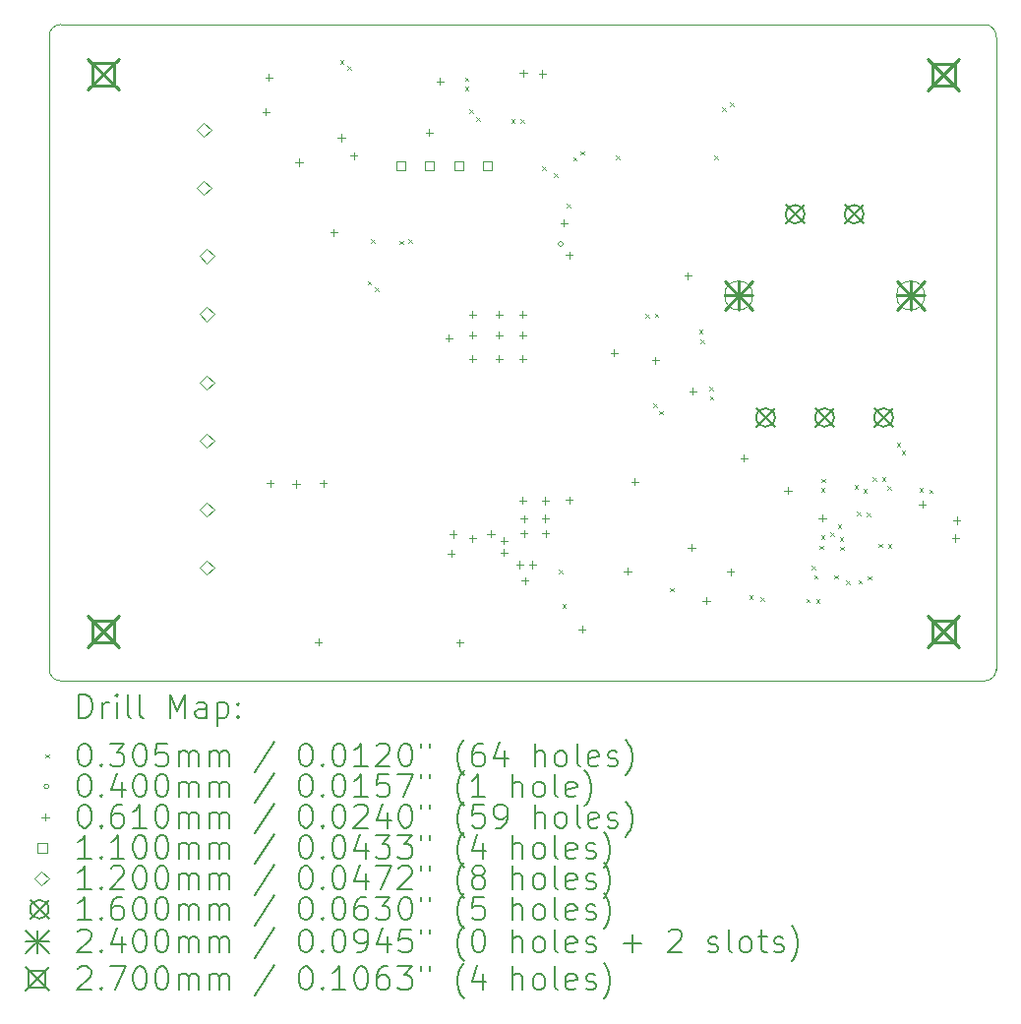
<source format=gbr>
%TF.GenerationSoftware,KiCad,Pcbnew,7.0.9*%
%TF.CreationDate,2024-10-07T21:11:49-04:00*%
%TF.ProjectId,T12 soldering station,54313220-736f-46c6-9465-72696e672073,rev?*%
%TF.SameCoordinates,Original*%
%TF.FileFunction,Drillmap*%
%TF.FilePolarity,Positive*%
%FSLAX45Y45*%
G04 Gerber Fmt 4.5, Leading zero omitted, Abs format (unit mm)*
G04 Created by KiCad (PCBNEW 7.0.9) date 2024-10-07 21:11:49*
%MOMM*%
%LPD*%
G01*
G04 APERTURE LIST*
%ADD10C,0.100000*%
%ADD11C,0.200000*%
%ADD12C,0.110000*%
%ADD13C,0.119989*%
%ADD14C,0.159999*%
%ADD15C,0.239999*%
%ADD16C,0.270000*%
G04 APERTURE END LIST*
D10*
X9816298Y-9924388D02*
G75*
G03*
X9717108Y-10023580I2J-99192D01*
G01*
X17866379Y-10031178D02*
X17867652Y-15475402D01*
X17767480Y-9924390D02*
X9816480Y-9924390D01*
X17768462Y-15574592D02*
G75*
G03*
X17867652Y-15475402I-2J99192D01*
G01*
X9717108Y-10023580D02*
X9717108Y-15475402D01*
X17768462Y-15574592D02*
X9816298Y-15574592D01*
X9717108Y-15475402D02*
G75*
G03*
X9816298Y-15574592I99192J2D01*
G01*
X17866379Y-10031178D02*
G75*
G03*
X17767480Y-9924390I-98899J7598D01*
G01*
D11*
D10*
X12218456Y-10233182D02*
X12248936Y-10263662D01*
X12248936Y-10233182D02*
X12218456Y-10263662D01*
X12283440Y-10281920D02*
X12313920Y-10312400D01*
X12313920Y-10281920D02*
X12283440Y-10312400D01*
X12457642Y-12131427D02*
X12488122Y-12161907D01*
X12488122Y-12131427D02*
X12457642Y-12161907D01*
X12488640Y-11770360D02*
X12519120Y-11800840D01*
X12519120Y-11770360D02*
X12488640Y-11800840D01*
X12517887Y-12185915D02*
X12548367Y-12216395D01*
X12548367Y-12185915D02*
X12517887Y-12216395D01*
X12730480Y-11785600D02*
X12760960Y-11816080D01*
X12760960Y-11785600D02*
X12730480Y-11816080D01*
X12810352Y-11770809D02*
X12840832Y-11801289D01*
X12840832Y-11770809D02*
X12810352Y-11801289D01*
X13294360Y-10381030D02*
X13324840Y-10411510D01*
X13324840Y-10381030D02*
X13294360Y-10411510D01*
X13294360Y-10462260D02*
X13324840Y-10492740D01*
X13324840Y-10462260D02*
X13294360Y-10492740D01*
X13333767Y-10655054D02*
X13364247Y-10685534D01*
X13364247Y-10655054D02*
X13333767Y-10685534D01*
X13390880Y-10721340D02*
X13421360Y-10751820D01*
X13421360Y-10721340D02*
X13390880Y-10751820D01*
X13693190Y-10741660D02*
X13723670Y-10772140D01*
X13723670Y-10741660D02*
X13693190Y-10772140D01*
X13774420Y-10741660D02*
X13804900Y-10772140D01*
X13804900Y-10741660D02*
X13774420Y-10772140D01*
X13959840Y-11145520D02*
X13990320Y-11176000D01*
X13990320Y-11145520D02*
X13959840Y-11176000D01*
X14061440Y-11206430D02*
X14091920Y-11236910D01*
X14091920Y-11206430D02*
X14061440Y-11236910D01*
X14104047Y-14616582D02*
X14134527Y-14647062D01*
X14134527Y-14616582D02*
X14104047Y-14647062D01*
X14133860Y-14914880D02*
X14164340Y-14945360D01*
X14164340Y-14914880D02*
X14133860Y-14945360D01*
X14173200Y-11465510D02*
X14203680Y-11495990D01*
X14203680Y-11465510D02*
X14173200Y-11495990D01*
X14224690Y-11064240D02*
X14255170Y-11094720D01*
X14255170Y-11064240D02*
X14224690Y-11094720D01*
X14288666Y-11014186D02*
X14319146Y-11044666D01*
X14319146Y-11014186D02*
X14288666Y-11044666D01*
X14594840Y-11054080D02*
X14625320Y-11084560D01*
X14625320Y-11054080D02*
X14594840Y-11084560D01*
X14848840Y-12415520D02*
X14879320Y-12446000D01*
X14879320Y-12415520D02*
X14848840Y-12446000D01*
X14914880Y-13187680D02*
X14945360Y-13218160D01*
X14945360Y-13187680D02*
X14914880Y-13218160D01*
X14930018Y-12412621D02*
X14960498Y-12443101D01*
X14960498Y-12412621D02*
X14930018Y-12443101D01*
X14965624Y-13251110D02*
X14996104Y-13281590D01*
X14996104Y-13251110D02*
X14965624Y-13281590D01*
X15062200Y-14775380D02*
X15092680Y-14805860D01*
X15092680Y-14775380D02*
X15062200Y-14805860D01*
X15311602Y-12553308D02*
X15342082Y-12583788D01*
X15342082Y-12553308D02*
X15311602Y-12583788D01*
X15321280Y-12633960D02*
X15351760Y-12664440D01*
X15351760Y-12633960D02*
X15321280Y-12664440D01*
X15400020Y-13042900D02*
X15430500Y-13073380D01*
X15430500Y-13042900D02*
X15400020Y-13073380D01*
X15402819Y-13124082D02*
X15433299Y-13154562D01*
X15433299Y-13124082D02*
X15402819Y-13154562D01*
X15440660Y-11054080D02*
X15471140Y-11084560D01*
X15471140Y-11054080D02*
X15440660Y-11084560D01*
X15509240Y-10637520D02*
X15539720Y-10668000D01*
X15539720Y-10637520D02*
X15509240Y-10668000D01*
X15579122Y-10596109D02*
X15609602Y-10626589D01*
X15609602Y-10596109D02*
X15579122Y-10626589D01*
X15742882Y-14838938D02*
X15773362Y-14869418D01*
X15773362Y-14838938D02*
X15742882Y-14869418D01*
X15839440Y-14855970D02*
X15869920Y-14886450D01*
X15869920Y-14855970D02*
X15839440Y-14886450D01*
X16234299Y-14865681D02*
X16264779Y-14896161D01*
X16264779Y-14865681D02*
X16234299Y-14896161D01*
X16280602Y-14584983D02*
X16311082Y-14615463D01*
X16311082Y-14584983D02*
X16280602Y-14615463D01*
X16301720Y-14663420D02*
X16332200Y-14693900D01*
X16332200Y-14663420D02*
X16301720Y-14693900D01*
X16316960Y-14869160D02*
X16347440Y-14899640D01*
X16347440Y-14869160D02*
X16316960Y-14899640D01*
X16349470Y-14410970D02*
X16379950Y-14441450D01*
X16379950Y-14410970D02*
X16349470Y-14441450D01*
X16360140Y-13914120D02*
X16390620Y-13944600D01*
X16390620Y-13914120D02*
X16360140Y-13944600D01*
X16360140Y-14320520D02*
X16390620Y-14351000D01*
X16390620Y-14320520D02*
X16360140Y-14351000D01*
X16366141Y-13833112D02*
X16396621Y-13863592D01*
X16396621Y-13833112D02*
X16366141Y-13863592D01*
X16438023Y-14297443D02*
X16468503Y-14327923D01*
X16468503Y-14297443D02*
X16438023Y-14327923D01*
X16472712Y-14663670D02*
X16503192Y-14694150D01*
X16503192Y-14663670D02*
X16472712Y-14694150D01*
X16503301Y-14226736D02*
X16533781Y-14257216D01*
X16533781Y-14226736D02*
X16503301Y-14257216D01*
X16521059Y-14337621D02*
X16551539Y-14368101D01*
X16551539Y-14337621D02*
X16521059Y-14368101D01*
X16525240Y-14419580D02*
X16555720Y-14450060D01*
X16555720Y-14419580D02*
X16525240Y-14450060D01*
X16573500Y-14709140D02*
X16603980Y-14739620D01*
X16603980Y-14709140D02*
X16573500Y-14739620D01*
X16649009Y-13891565D02*
X16679489Y-13922045D01*
X16679489Y-13891565D02*
X16649009Y-13922045D01*
X16670020Y-14117320D02*
X16700500Y-14147800D01*
X16700500Y-14117320D02*
X16670020Y-14147800D01*
X16680180Y-14706600D02*
X16710660Y-14737080D01*
X16710660Y-14706600D02*
X16680180Y-14737080D01*
X16723360Y-13924280D02*
X16753840Y-13954760D01*
X16753840Y-13924280D02*
X16723360Y-13954760D01*
X16751300Y-14124940D02*
X16781780Y-14155420D01*
X16781780Y-14124940D02*
X16751300Y-14155420D01*
X16763720Y-14672412D02*
X16794200Y-14702892D01*
X16794200Y-14672412D02*
X16763720Y-14702892D01*
X16804416Y-13821078D02*
X16834896Y-13851558D01*
X16834896Y-13821078D02*
X16804416Y-13851558D01*
X16855188Y-14394001D02*
X16885668Y-14424481D01*
X16885668Y-14394001D02*
X16855188Y-14424481D01*
X16886346Y-13821500D02*
X16916826Y-13851980D01*
X16916826Y-13821500D02*
X16886346Y-13851980D01*
X16933141Y-13897630D02*
X16963621Y-13928110D01*
X16963621Y-13897630D02*
X16933141Y-13928110D01*
X16936373Y-14396720D02*
X16966853Y-14427200D01*
X16966853Y-14396720D02*
X16936373Y-14427200D01*
X17012920Y-13522960D02*
X17043400Y-13553440D01*
X17043400Y-13522960D02*
X17012920Y-13553440D01*
X17055156Y-13592347D02*
X17085636Y-13622827D01*
X17085636Y-13592347D02*
X17055156Y-13622827D01*
X17205960Y-13916720D02*
X17236440Y-13947200D01*
X17236440Y-13916720D02*
X17205960Y-13947200D01*
X17289780Y-13926820D02*
X17320260Y-13957300D01*
X17320260Y-13926820D02*
X17289780Y-13957300D01*
X14139860Y-11813540D02*
G75*
G03*
X14139860Y-11813540I-20000J0D01*
G01*
X11582400Y-10645140D02*
X11582400Y-10706100D01*
X11551920Y-10675620D02*
X11612880Y-10675620D01*
X11607800Y-10349280D02*
X11607800Y-10410240D01*
X11577320Y-10379760D02*
X11638280Y-10379760D01*
X11617960Y-13843000D02*
X11617960Y-13903960D01*
X11587480Y-13873480D02*
X11648440Y-13873480D01*
X11841480Y-13848080D02*
X11841480Y-13909040D01*
X11811000Y-13878560D02*
X11871960Y-13878560D01*
X11866880Y-11079480D02*
X11866880Y-11140440D01*
X11836400Y-11109960D02*
X11897360Y-11109960D01*
X12034520Y-15209520D02*
X12034520Y-15270480D01*
X12004040Y-15240000D02*
X12065000Y-15240000D01*
X12075160Y-13843000D02*
X12075160Y-13903960D01*
X12044680Y-13873480D02*
X12105640Y-13873480D01*
X12166600Y-11685020D02*
X12166600Y-11745980D01*
X12136120Y-11715500D02*
X12197080Y-11715500D01*
X12230100Y-10868660D02*
X12230100Y-10929620D01*
X12199620Y-10899140D02*
X12260580Y-10899140D01*
X12339320Y-11023600D02*
X12339320Y-11084560D01*
X12308840Y-11054080D02*
X12369800Y-11054080D01*
X12985700Y-10824260D02*
X12985700Y-10885220D01*
X12955220Y-10854740D02*
X13016180Y-10854740D01*
X13078460Y-10383520D02*
X13078460Y-10444480D01*
X13047980Y-10414000D02*
X13108940Y-10414000D01*
X13157200Y-12593320D02*
X13157200Y-12654280D01*
X13126720Y-12623800D02*
X13187680Y-12623800D01*
X13177520Y-14447520D02*
X13177520Y-14508480D01*
X13147040Y-14478000D02*
X13208000Y-14478000D01*
X13192760Y-14279880D02*
X13192760Y-14340840D01*
X13162280Y-14310360D02*
X13223240Y-14310360D01*
X13248640Y-15214600D02*
X13248640Y-15275560D01*
X13218160Y-15245080D02*
X13279120Y-15245080D01*
X13357860Y-14317980D02*
X13357860Y-14378940D01*
X13327380Y-14348460D02*
X13388340Y-14348460D01*
X13360400Y-12390120D02*
X13360400Y-12451080D01*
X13329920Y-12420600D02*
X13390880Y-12420600D01*
X13360400Y-12567920D02*
X13360400Y-12628880D01*
X13329920Y-12598400D02*
X13390880Y-12598400D01*
X13360400Y-12771120D02*
X13360400Y-12832080D01*
X13329920Y-12801600D02*
X13390880Y-12801600D01*
X13517880Y-14277340D02*
X13517880Y-14338300D01*
X13487400Y-14307820D02*
X13548360Y-14307820D01*
X13589000Y-12390120D02*
X13589000Y-12451080D01*
X13558520Y-12420600D02*
X13619480Y-12420600D01*
X13589000Y-12567920D02*
X13589000Y-12628880D01*
X13558520Y-12598400D02*
X13619480Y-12598400D01*
X13589000Y-12771120D02*
X13589000Y-12832080D01*
X13558520Y-12801600D02*
X13619480Y-12801600D01*
X13629640Y-14335810D02*
X13629640Y-14396770D01*
X13599160Y-14366290D02*
X13660120Y-14366290D01*
X13629640Y-14437360D02*
X13629640Y-14498320D01*
X13599160Y-14467840D02*
X13660120Y-14467840D01*
X13766800Y-14542480D02*
X13766800Y-14603440D01*
X13736320Y-14572960D02*
X13797280Y-14572960D01*
X13792200Y-12390120D02*
X13792200Y-12451080D01*
X13761720Y-12420600D02*
X13822680Y-12420600D01*
X13792200Y-12567920D02*
X13792200Y-12628880D01*
X13761720Y-12598400D02*
X13822680Y-12598400D01*
X13792200Y-12771120D02*
X13792200Y-12832080D01*
X13761720Y-12801600D02*
X13822680Y-12801600D01*
X13792200Y-13990320D02*
X13792200Y-14051280D01*
X13761720Y-14020800D02*
X13822680Y-14020800D01*
X13797280Y-10312400D02*
X13797280Y-10373360D01*
X13766800Y-10342880D02*
X13827760Y-10342880D01*
X13802360Y-14147800D02*
X13802360Y-14208760D01*
X13771880Y-14178280D02*
X13832840Y-14178280D01*
X13802360Y-14274800D02*
X13802360Y-14335760D01*
X13771880Y-14305280D02*
X13832840Y-14305280D01*
X13812520Y-14681200D02*
X13812520Y-14742160D01*
X13782040Y-14711680D02*
X13843000Y-14711680D01*
X13876020Y-14542480D02*
X13876020Y-14603440D01*
X13845540Y-14572960D02*
X13906500Y-14572960D01*
X13959840Y-10317480D02*
X13959840Y-10378440D01*
X13929360Y-10347960D02*
X13990320Y-10347960D01*
X13985240Y-13992860D02*
X13985240Y-14053820D01*
X13954760Y-14023340D02*
X14015720Y-14023340D01*
X13985240Y-14145260D02*
X13985240Y-14206220D01*
X13954760Y-14175740D02*
X14015720Y-14175740D01*
X13987780Y-14274800D02*
X13987780Y-14335760D01*
X13957300Y-14305280D02*
X14018260Y-14305280D01*
X14147800Y-11602720D02*
X14147800Y-11663680D01*
X14117320Y-11633200D02*
X14178280Y-11633200D01*
X14190980Y-13987780D02*
X14190980Y-14048740D01*
X14160500Y-14018260D02*
X14221460Y-14018260D01*
X14193520Y-11878340D02*
X14193520Y-11939300D01*
X14163040Y-11908820D02*
X14224000Y-11908820D01*
X14301500Y-15097760D02*
X14301500Y-15158720D01*
X14271020Y-15128240D02*
X14331980Y-15128240D01*
X14579600Y-12720320D02*
X14579600Y-12781280D01*
X14549120Y-12750800D02*
X14610080Y-12750800D01*
X14693900Y-14599920D02*
X14693900Y-14660880D01*
X14663420Y-14630400D02*
X14724380Y-14630400D01*
X14756894Y-13828266D02*
X14756894Y-13889226D01*
X14726414Y-13858746D02*
X14787374Y-13858746D01*
X14935200Y-12783820D02*
X14935200Y-12844780D01*
X14904720Y-12814300D02*
X14965680Y-12814300D01*
X15214600Y-12054840D02*
X15214600Y-12115800D01*
X15184120Y-12085320D02*
X15245080Y-12085320D01*
X15245080Y-14396720D02*
X15245080Y-14457680D01*
X15214600Y-14427200D02*
X15275560Y-14427200D01*
X15255240Y-13050520D02*
X15255240Y-13111480D01*
X15224760Y-13081000D02*
X15285720Y-13081000D01*
X15372080Y-14853920D02*
X15372080Y-14914880D01*
X15341600Y-14884400D02*
X15402560Y-14884400D01*
X15580360Y-14605000D02*
X15580360Y-14665960D01*
X15549880Y-14635480D02*
X15610840Y-14635480D01*
X15697200Y-13624560D02*
X15697200Y-13685520D01*
X15666720Y-13655040D02*
X15727680Y-13655040D01*
X16074390Y-13905230D02*
X16074390Y-13966190D01*
X16043910Y-13935710D02*
X16104870Y-13935710D01*
X16371600Y-14141480D02*
X16371600Y-14202440D01*
X16341120Y-14171960D02*
X16402080Y-14171960D01*
X17233000Y-14025280D02*
X17233000Y-14086240D01*
X17202520Y-14055760D02*
X17263480Y-14055760D01*
X17517480Y-14314840D02*
X17517480Y-14375800D01*
X17487000Y-14345320D02*
X17547960Y-14345320D01*
X17527640Y-14162440D02*
X17527640Y-14223400D01*
X17497160Y-14192920D02*
X17558120Y-14192920D01*
D12*
X12778451Y-11179331D02*
X12778451Y-11101549D01*
X12700669Y-11101549D01*
X12700669Y-11179331D01*
X12778451Y-11179331D01*
X13028451Y-11179331D02*
X13028451Y-11101549D01*
X12950669Y-11101549D01*
X12950669Y-11179331D01*
X13028451Y-11179331D01*
X13278451Y-11179331D02*
X13278451Y-11101549D01*
X13200669Y-11101549D01*
X13200669Y-11179331D01*
X13278451Y-11179331D01*
X13528451Y-11179331D02*
X13528451Y-11101549D01*
X13450669Y-11101549D01*
X13450669Y-11179331D01*
X13528451Y-11179331D01*
D13*
X11049000Y-10888395D02*
X11108995Y-10828400D01*
X11049000Y-10768405D01*
X10989005Y-10828400D01*
X11049000Y-10888395D01*
X11049000Y-11388395D02*
X11108995Y-11328400D01*
X11049000Y-11268405D01*
X10989005Y-11328400D01*
X11049000Y-11388395D01*
X11074400Y-11978435D02*
X11134395Y-11918440D01*
X11074400Y-11858445D01*
X11014405Y-11918440D01*
X11074400Y-11978435D01*
X11074400Y-12478435D02*
X11134395Y-12418440D01*
X11074400Y-12358445D01*
X11014405Y-12418440D01*
X11074400Y-12478435D01*
X11074400Y-13064795D02*
X11134395Y-13004800D01*
X11074400Y-12944805D01*
X11014405Y-13004800D01*
X11074400Y-13064795D01*
X11074400Y-13564795D02*
X11134395Y-13504800D01*
X11074400Y-13444805D01*
X11014405Y-13504800D01*
X11074400Y-13564795D01*
X11074400Y-14156995D02*
X11134395Y-14097000D01*
X11074400Y-14037005D01*
X11014405Y-14097000D01*
X11074400Y-14156995D01*
X11074400Y-14656995D02*
X11134395Y-14597000D01*
X11074400Y-14537005D01*
X11014405Y-14597000D01*
X11074400Y-14656995D01*
D14*
X15802620Y-13227000D02*
X15962620Y-13387000D01*
X15962620Y-13227000D02*
X15802620Y-13387000D01*
X15962620Y-13307000D02*
G75*
G03*
X15962620Y-13307000I-80000J0D01*
G01*
X16056620Y-11477000D02*
X16216620Y-11637000D01*
X16216620Y-11477000D02*
X16056620Y-11637000D01*
X16216620Y-11557000D02*
G75*
G03*
X16216620Y-11557000I-80000J0D01*
G01*
X16310620Y-13227000D02*
X16470620Y-13387000D01*
X16470620Y-13227000D02*
X16310620Y-13387000D01*
X16470620Y-13307000D02*
G75*
G03*
X16470620Y-13307000I-80000J0D01*
G01*
X16564620Y-11477000D02*
X16724620Y-11637000D01*
X16724620Y-11477000D02*
X16564620Y-11637000D01*
X16724620Y-11557000D02*
G75*
G03*
X16724620Y-11557000I-80000J0D01*
G01*
X16818620Y-13227000D02*
X16978620Y-13387000D01*
X16978620Y-13227000D02*
X16818620Y-13387000D01*
X16978620Y-13307000D02*
G75*
G03*
X16978620Y-13307000I-80000J0D01*
G01*
D15*
X15530620Y-12137000D02*
X15770620Y-12377000D01*
X15770620Y-12137000D02*
X15530620Y-12377000D01*
X15650620Y-12137000D02*
X15650620Y-12377000D01*
X15530620Y-12257000D02*
X15770620Y-12257000D01*
D10*
X15770620Y-12261999D02*
X15770620Y-12252001D01*
X15770620Y-12252001D02*
G75*
G03*
X15530620Y-12252001I-120000J0D01*
G01*
X15530620Y-12252001D02*
X15530620Y-12261999D01*
X15530620Y-12261999D02*
G75*
G03*
X15770620Y-12261999I120000J0D01*
G01*
D15*
X17010620Y-12137000D02*
X17250620Y-12377000D01*
X17250620Y-12137000D02*
X17010620Y-12377000D01*
X17130620Y-12137000D02*
X17130620Y-12377000D01*
X17010620Y-12257000D02*
X17250620Y-12257000D01*
D10*
X17250620Y-12261999D02*
X17250620Y-12252001D01*
X17250620Y-12252001D02*
G75*
G03*
X17010620Y-12252001I-120000J0D01*
G01*
X17010620Y-12252001D02*
X17010620Y-12261999D01*
X17010620Y-12261999D02*
G75*
G03*
X17250620Y-12261999I120000J0D01*
G01*
D16*
X10045320Y-10218040D02*
X10315320Y-10488040D01*
X10315320Y-10218040D02*
X10045320Y-10488040D01*
X10275780Y-10448500D02*
X10275780Y-10257580D01*
X10084860Y-10257580D01*
X10084860Y-10448500D01*
X10275780Y-10448500D01*
X10045320Y-15013560D02*
X10315320Y-15283560D01*
X10315320Y-15013560D02*
X10045320Y-15283560D01*
X10275780Y-15244020D02*
X10275780Y-15053100D01*
X10084860Y-15053100D01*
X10084860Y-15244020D01*
X10275780Y-15244020D01*
X17279240Y-10223120D02*
X17549240Y-10493120D01*
X17549240Y-10223120D02*
X17279240Y-10493120D01*
X17509700Y-10453580D02*
X17509700Y-10262660D01*
X17318780Y-10262660D01*
X17318780Y-10453580D01*
X17509700Y-10453580D01*
X17279240Y-15013560D02*
X17549240Y-15283560D01*
X17549240Y-15013560D02*
X17279240Y-15283560D01*
X17509700Y-15244020D02*
X17509700Y-15053100D01*
X17318780Y-15053100D01*
X17318780Y-15244020D01*
X17509700Y-15244020D01*
D11*
X9972885Y-15891076D02*
X9972885Y-15691076D01*
X9972885Y-15691076D02*
X10020504Y-15691076D01*
X10020504Y-15691076D02*
X10049075Y-15700600D01*
X10049075Y-15700600D02*
X10068123Y-15719647D01*
X10068123Y-15719647D02*
X10077647Y-15738695D01*
X10077647Y-15738695D02*
X10087170Y-15776790D01*
X10087170Y-15776790D02*
X10087170Y-15805362D01*
X10087170Y-15805362D02*
X10077647Y-15843457D01*
X10077647Y-15843457D02*
X10068123Y-15862504D01*
X10068123Y-15862504D02*
X10049075Y-15881552D01*
X10049075Y-15881552D02*
X10020504Y-15891076D01*
X10020504Y-15891076D02*
X9972885Y-15891076D01*
X10172885Y-15891076D02*
X10172885Y-15757743D01*
X10172885Y-15795838D02*
X10182409Y-15776790D01*
X10182409Y-15776790D02*
X10191932Y-15767266D01*
X10191932Y-15767266D02*
X10210980Y-15757743D01*
X10210980Y-15757743D02*
X10230028Y-15757743D01*
X10296694Y-15891076D02*
X10296694Y-15757743D01*
X10296694Y-15691076D02*
X10287170Y-15700600D01*
X10287170Y-15700600D02*
X10296694Y-15710124D01*
X10296694Y-15710124D02*
X10306218Y-15700600D01*
X10306218Y-15700600D02*
X10296694Y-15691076D01*
X10296694Y-15691076D02*
X10296694Y-15710124D01*
X10420504Y-15891076D02*
X10401456Y-15881552D01*
X10401456Y-15881552D02*
X10391932Y-15862504D01*
X10391932Y-15862504D02*
X10391932Y-15691076D01*
X10525266Y-15891076D02*
X10506218Y-15881552D01*
X10506218Y-15881552D02*
X10496694Y-15862504D01*
X10496694Y-15862504D02*
X10496694Y-15691076D01*
X10753837Y-15891076D02*
X10753837Y-15691076D01*
X10753837Y-15691076D02*
X10820504Y-15833933D01*
X10820504Y-15833933D02*
X10887170Y-15691076D01*
X10887170Y-15691076D02*
X10887170Y-15891076D01*
X11068123Y-15891076D02*
X11068123Y-15786314D01*
X11068123Y-15786314D02*
X11058599Y-15767266D01*
X11058599Y-15767266D02*
X11039551Y-15757743D01*
X11039551Y-15757743D02*
X11001456Y-15757743D01*
X11001456Y-15757743D02*
X10982409Y-15767266D01*
X11068123Y-15881552D02*
X11049075Y-15891076D01*
X11049075Y-15891076D02*
X11001456Y-15891076D01*
X11001456Y-15891076D02*
X10982409Y-15881552D01*
X10982409Y-15881552D02*
X10972885Y-15862504D01*
X10972885Y-15862504D02*
X10972885Y-15843457D01*
X10972885Y-15843457D02*
X10982409Y-15824409D01*
X10982409Y-15824409D02*
X11001456Y-15814885D01*
X11001456Y-15814885D02*
X11049075Y-15814885D01*
X11049075Y-15814885D02*
X11068123Y-15805362D01*
X11163361Y-15757743D02*
X11163361Y-15957743D01*
X11163361Y-15767266D02*
X11182409Y-15757743D01*
X11182409Y-15757743D02*
X11220504Y-15757743D01*
X11220504Y-15757743D02*
X11239551Y-15767266D01*
X11239551Y-15767266D02*
X11249075Y-15776790D01*
X11249075Y-15776790D02*
X11258599Y-15795838D01*
X11258599Y-15795838D02*
X11258599Y-15852981D01*
X11258599Y-15852981D02*
X11249075Y-15872028D01*
X11249075Y-15872028D02*
X11239551Y-15881552D01*
X11239551Y-15881552D02*
X11220504Y-15891076D01*
X11220504Y-15891076D02*
X11182409Y-15891076D01*
X11182409Y-15891076D02*
X11163361Y-15881552D01*
X11344313Y-15872028D02*
X11353837Y-15881552D01*
X11353837Y-15881552D02*
X11344313Y-15891076D01*
X11344313Y-15891076D02*
X11334789Y-15881552D01*
X11334789Y-15881552D02*
X11344313Y-15872028D01*
X11344313Y-15872028D02*
X11344313Y-15891076D01*
X11344313Y-15767266D02*
X11353837Y-15776790D01*
X11353837Y-15776790D02*
X11344313Y-15786314D01*
X11344313Y-15786314D02*
X11334789Y-15776790D01*
X11334789Y-15776790D02*
X11344313Y-15767266D01*
X11344313Y-15767266D02*
X11344313Y-15786314D01*
D10*
X9681628Y-16204352D02*
X9712108Y-16234832D01*
X9712108Y-16204352D02*
X9681628Y-16234832D01*
D11*
X10010980Y-16111076D02*
X10030028Y-16111076D01*
X10030028Y-16111076D02*
X10049075Y-16120600D01*
X10049075Y-16120600D02*
X10058599Y-16130124D01*
X10058599Y-16130124D02*
X10068123Y-16149171D01*
X10068123Y-16149171D02*
X10077647Y-16187266D01*
X10077647Y-16187266D02*
X10077647Y-16234885D01*
X10077647Y-16234885D02*
X10068123Y-16272981D01*
X10068123Y-16272981D02*
X10058599Y-16292028D01*
X10058599Y-16292028D02*
X10049075Y-16301552D01*
X10049075Y-16301552D02*
X10030028Y-16311076D01*
X10030028Y-16311076D02*
X10010980Y-16311076D01*
X10010980Y-16311076D02*
X9991932Y-16301552D01*
X9991932Y-16301552D02*
X9982409Y-16292028D01*
X9982409Y-16292028D02*
X9972885Y-16272981D01*
X9972885Y-16272981D02*
X9963361Y-16234885D01*
X9963361Y-16234885D02*
X9963361Y-16187266D01*
X9963361Y-16187266D02*
X9972885Y-16149171D01*
X9972885Y-16149171D02*
X9982409Y-16130124D01*
X9982409Y-16130124D02*
X9991932Y-16120600D01*
X9991932Y-16120600D02*
X10010980Y-16111076D01*
X10163361Y-16292028D02*
X10172885Y-16301552D01*
X10172885Y-16301552D02*
X10163361Y-16311076D01*
X10163361Y-16311076D02*
X10153837Y-16301552D01*
X10153837Y-16301552D02*
X10163361Y-16292028D01*
X10163361Y-16292028D02*
X10163361Y-16311076D01*
X10239551Y-16111076D02*
X10363361Y-16111076D01*
X10363361Y-16111076D02*
X10296694Y-16187266D01*
X10296694Y-16187266D02*
X10325266Y-16187266D01*
X10325266Y-16187266D02*
X10344313Y-16196790D01*
X10344313Y-16196790D02*
X10353837Y-16206314D01*
X10353837Y-16206314D02*
X10363361Y-16225362D01*
X10363361Y-16225362D02*
X10363361Y-16272981D01*
X10363361Y-16272981D02*
X10353837Y-16292028D01*
X10353837Y-16292028D02*
X10344313Y-16301552D01*
X10344313Y-16301552D02*
X10325266Y-16311076D01*
X10325266Y-16311076D02*
X10268123Y-16311076D01*
X10268123Y-16311076D02*
X10249075Y-16301552D01*
X10249075Y-16301552D02*
X10239551Y-16292028D01*
X10487170Y-16111076D02*
X10506218Y-16111076D01*
X10506218Y-16111076D02*
X10525266Y-16120600D01*
X10525266Y-16120600D02*
X10534790Y-16130124D01*
X10534790Y-16130124D02*
X10544313Y-16149171D01*
X10544313Y-16149171D02*
X10553837Y-16187266D01*
X10553837Y-16187266D02*
X10553837Y-16234885D01*
X10553837Y-16234885D02*
X10544313Y-16272981D01*
X10544313Y-16272981D02*
X10534790Y-16292028D01*
X10534790Y-16292028D02*
X10525266Y-16301552D01*
X10525266Y-16301552D02*
X10506218Y-16311076D01*
X10506218Y-16311076D02*
X10487170Y-16311076D01*
X10487170Y-16311076D02*
X10468123Y-16301552D01*
X10468123Y-16301552D02*
X10458599Y-16292028D01*
X10458599Y-16292028D02*
X10449075Y-16272981D01*
X10449075Y-16272981D02*
X10439551Y-16234885D01*
X10439551Y-16234885D02*
X10439551Y-16187266D01*
X10439551Y-16187266D02*
X10449075Y-16149171D01*
X10449075Y-16149171D02*
X10458599Y-16130124D01*
X10458599Y-16130124D02*
X10468123Y-16120600D01*
X10468123Y-16120600D02*
X10487170Y-16111076D01*
X10734790Y-16111076D02*
X10639551Y-16111076D01*
X10639551Y-16111076D02*
X10630028Y-16206314D01*
X10630028Y-16206314D02*
X10639551Y-16196790D01*
X10639551Y-16196790D02*
X10658599Y-16187266D01*
X10658599Y-16187266D02*
X10706218Y-16187266D01*
X10706218Y-16187266D02*
X10725266Y-16196790D01*
X10725266Y-16196790D02*
X10734790Y-16206314D01*
X10734790Y-16206314D02*
X10744313Y-16225362D01*
X10744313Y-16225362D02*
X10744313Y-16272981D01*
X10744313Y-16272981D02*
X10734790Y-16292028D01*
X10734790Y-16292028D02*
X10725266Y-16301552D01*
X10725266Y-16301552D02*
X10706218Y-16311076D01*
X10706218Y-16311076D02*
X10658599Y-16311076D01*
X10658599Y-16311076D02*
X10639551Y-16301552D01*
X10639551Y-16301552D02*
X10630028Y-16292028D01*
X10830028Y-16311076D02*
X10830028Y-16177743D01*
X10830028Y-16196790D02*
X10839551Y-16187266D01*
X10839551Y-16187266D02*
X10858599Y-16177743D01*
X10858599Y-16177743D02*
X10887171Y-16177743D01*
X10887171Y-16177743D02*
X10906218Y-16187266D01*
X10906218Y-16187266D02*
X10915742Y-16206314D01*
X10915742Y-16206314D02*
X10915742Y-16311076D01*
X10915742Y-16206314D02*
X10925266Y-16187266D01*
X10925266Y-16187266D02*
X10944313Y-16177743D01*
X10944313Y-16177743D02*
X10972885Y-16177743D01*
X10972885Y-16177743D02*
X10991932Y-16187266D01*
X10991932Y-16187266D02*
X11001456Y-16206314D01*
X11001456Y-16206314D02*
X11001456Y-16311076D01*
X11096694Y-16311076D02*
X11096694Y-16177743D01*
X11096694Y-16196790D02*
X11106218Y-16187266D01*
X11106218Y-16187266D02*
X11125266Y-16177743D01*
X11125266Y-16177743D02*
X11153837Y-16177743D01*
X11153837Y-16177743D02*
X11172885Y-16187266D01*
X11172885Y-16187266D02*
X11182409Y-16206314D01*
X11182409Y-16206314D02*
X11182409Y-16311076D01*
X11182409Y-16206314D02*
X11191932Y-16187266D01*
X11191932Y-16187266D02*
X11210980Y-16177743D01*
X11210980Y-16177743D02*
X11239551Y-16177743D01*
X11239551Y-16177743D02*
X11258599Y-16187266D01*
X11258599Y-16187266D02*
X11268123Y-16206314D01*
X11268123Y-16206314D02*
X11268123Y-16311076D01*
X11658599Y-16101552D02*
X11487171Y-16358695D01*
X11915742Y-16111076D02*
X11934790Y-16111076D01*
X11934790Y-16111076D02*
X11953837Y-16120600D01*
X11953837Y-16120600D02*
X11963361Y-16130124D01*
X11963361Y-16130124D02*
X11972885Y-16149171D01*
X11972885Y-16149171D02*
X11982409Y-16187266D01*
X11982409Y-16187266D02*
X11982409Y-16234885D01*
X11982409Y-16234885D02*
X11972885Y-16272981D01*
X11972885Y-16272981D02*
X11963361Y-16292028D01*
X11963361Y-16292028D02*
X11953837Y-16301552D01*
X11953837Y-16301552D02*
X11934790Y-16311076D01*
X11934790Y-16311076D02*
X11915742Y-16311076D01*
X11915742Y-16311076D02*
X11896694Y-16301552D01*
X11896694Y-16301552D02*
X11887171Y-16292028D01*
X11887171Y-16292028D02*
X11877647Y-16272981D01*
X11877647Y-16272981D02*
X11868123Y-16234885D01*
X11868123Y-16234885D02*
X11868123Y-16187266D01*
X11868123Y-16187266D02*
X11877647Y-16149171D01*
X11877647Y-16149171D02*
X11887171Y-16130124D01*
X11887171Y-16130124D02*
X11896694Y-16120600D01*
X11896694Y-16120600D02*
X11915742Y-16111076D01*
X12068123Y-16292028D02*
X12077647Y-16301552D01*
X12077647Y-16301552D02*
X12068123Y-16311076D01*
X12068123Y-16311076D02*
X12058599Y-16301552D01*
X12058599Y-16301552D02*
X12068123Y-16292028D01*
X12068123Y-16292028D02*
X12068123Y-16311076D01*
X12201456Y-16111076D02*
X12220504Y-16111076D01*
X12220504Y-16111076D02*
X12239552Y-16120600D01*
X12239552Y-16120600D02*
X12249075Y-16130124D01*
X12249075Y-16130124D02*
X12258599Y-16149171D01*
X12258599Y-16149171D02*
X12268123Y-16187266D01*
X12268123Y-16187266D02*
X12268123Y-16234885D01*
X12268123Y-16234885D02*
X12258599Y-16272981D01*
X12258599Y-16272981D02*
X12249075Y-16292028D01*
X12249075Y-16292028D02*
X12239552Y-16301552D01*
X12239552Y-16301552D02*
X12220504Y-16311076D01*
X12220504Y-16311076D02*
X12201456Y-16311076D01*
X12201456Y-16311076D02*
X12182409Y-16301552D01*
X12182409Y-16301552D02*
X12172885Y-16292028D01*
X12172885Y-16292028D02*
X12163361Y-16272981D01*
X12163361Y-16272981D02*
X12153837Y-16234885D01*
X12153837Y-16234885D02*
X12153837Y-16187266D01*
X12153837Y-16187266D02*
X12163361Y-16149171D01*
X12163361Y-16149171D02*
X12172885Y-16130124D01*
X12172885Y-16130124D02*
X12182409Y-16120600D01*
X12182409Y-16120600D02*
X12201456Y-16111076D01*
X12458599Y-16311076D02*
X12344313Y-16311076D01*
X12401456Y-16311076D02*
X12401456Y-16111076D01*
X12401456Y-16111076D02*
X12382409Y-16139647D01*
X12382409Y-16139647D02*
X12363361Y-16158695D01*
X12363361Y-16158695D02*
X12344313Y-16168219D01*
X12534790Y-16130124D02*
X12544313Y-16120600D01*
X12544313Y-16120600D02*
X12563361Y-16111076D01*
X12563361Y-16111076D02*
X12610980Y-16111076D01*
X12610980Y-16111076D02*
X12630028Y-16120600D01*
X12630028Y-16120600D02*
X12639552Y-16130124D01*
X12639552Y-16130124D02*
X12649075Y-16149171D01*
X12649075Y-16149171D02*
X12649075Y-16168219D01*
X12649075Y-16168219D02*
X12639552Y-16196790D01*
X12639552Y-16196790D02*
X12525266Y-16311076D01*
X12525266Y-16311076D02*
X12649075Y-16311076D01*
X12772885Y-16111076D02*
X12791933Y-16111076D01*
X12791933Y-16111076D02*
X12810980Y-16120600D01*
X12810980Y-16120600D02*
X12820504Y-16130124D01*
X12820504Y-16130124D02*
X12830028Y-16149171D01*
X12830028Y-16149171D02*
X12839552Y-16187266D01*
X12839552Y-16187266D02*
X12839552Y-16234885D01*
X12839552Y-16234885D02*
X12830028Y-16272981D01*
X12830028Y-16272981D02*
X12820504Y-16292028D01*
X12820504Y-16292028D02*
X12810980Y-16301552D01*
X12810980Y-16301552D02*
X12791933Y-16311076D01*
X12791933Y-16311076D02*
X12772885Y-16311076D01*
X12772885Y-16311076D02*
X12753837Y-16301552D01*
X12753837Y-16301552D02*
X12744313Y-16292028D01*
X12744313Y-16292028D02*
X12734790Y-16272981D01*
X12734790Y-16272981D02*
X12725266Y-16234885D01*
X12725266Y-16234885D02*
X12725266Y-16187266D01*
X12725266Y-16187266D02*
X12734790Y-16149171D01*
X12734790Y-16149171D02*
X12744313Y-16130124D01*
X12744313Y-16130124D02*
X12753837Y-16120600D01*
X12753837Y-16120600D02*
X12772885Y-16111076D01*
X12915742Y-16111076D02*
X12915742Y-16149171D01*
X12991933Y-16111076D02*
X12991933Y-16149171D01*
X13287171Y-16387266D02*
X13277647Y-16377743D01*
X13277647Y-16377743D02*
X13258599Y-16349171D01*
X13258599Y-16349171D02*
X13249075Y-16330124D01*
X13249075Y-16330124D02*
X13239552Y-16301552D01*
X13239552Y-16301552D02*
X13230028Y-16253933D01*
X13230028Y-16253933D02*
X13230028Y-16215838D01*
X13230028Y-16215838D02*
X13239552Y-16168219D01*
X13239552Y-16168219D02*
X13249075Y-16139647D01*
X13249075Y-16139647D02*
X13258599Y-16120600D01*
X13258599Y-16120600D02*
X13277647Y-16092028D01*
X13277647Y-16092028D02*
X13287171Y-16082504D01*
X13449075Y-16111076D02*
X13410980Y-16111076D01*
X13410980Y-16111076D02*
X13391933Y-16120600D01*
X13391933Y-16120600D02*
X13382409Y-16130124D01*
X13382409Y-16130124D02*
X13363361Y-16158695D01*
X13363361Y-16158695D02*
X13353837Y-16196790D01*
X13353837Y-16196790D02*
X13353837Y-16272981D01*
X13353837Y-16272981D02*
X13363361Y-16292028D01*
X13363361Y-16292028D02*
X13372885Y-16301552D01*
X13372885Y-16301552D02*
X13391933Y-16311076D01*
X13391933Y-16311076D02*
X13430028Y-16311076D01*
X13430028Y-16311076D02*
X13449075Y-16301552D01*
X13449075Y-16301552D02*
X13458599Y-16292028D01*
X13458599Y-16292028D02*
X13468123Y-16272981D01*
X13468123Y-16272981D02*
X13468123Y-16225362D01*
X13468123Y-16225362D02*
X13458599Y-16206314D01*
X13458599Y-16206314D02*
X13449075Y-16196790D01*
X13449075Y-16196790D02*
X13430028Y-16187266D01*
X13430028Y-16187266D02*
X13391933Y-16187266D01*
X13391933Y-16187266D02*
X13372885Y-16196790D01*
X13372885Y-16196790D02*
X13363361Y-16206314D01*
X13363361Y-16206314D02*
X13353837Y-16225362D01*
X13639552Y-16177743D02*
X13639552Y-16311076D01*
X13591933Y-16101552D02*
X13544314Y-16244409D01*
X13544314Y-16244409D02*
X13668123Y-16244409D01*
X13896695Y-16311076D02*
X13896695Y-16111076D01*
X13982409Y-16311076D02*
X13982409Y-16206314D01*
X13982409Y-16206314D02*
X13972885Y-16187266D01*
X13972885Y-16187266D02*
X13953837Y-16177743D01*
X13953837Y-16177743D02*
X13925266Y-16177743D01*
X13925266Y-16177743D02*
X13906218Y-16187266D01*
X13906218Y-16187266D02*
X13896695Y-16196790D01*
X14106218Y-16311076D02*
X14087171Y-16301552D01*
X14087171Y-16301552D02*
X14077647Y-16292028D01*
X14077647Y-16292028D02*
X14068123Y-16272981D01*
X14068123Y-16272981D02*
X14068123Y-16215838D01*
X14068123Y-16215838D02*
X14077647Y-16196790D01*
X14077647Y-16196790D02*
X14087171Y-16187266D01*
X14087171Y-16187266D02*
X14106218Y-16177743D01*
X14106218Y-16177743D02*
X14134790Y-16177743D01*
X14134790Y-16177743D02*
X14153837Y-16187266D01*
X14153837Y-16187266D02*
X14163361Y-16196790D01*
X14163361Y-16196790D02*
X14172885Y-16215838D01*
X14172885Y-16215838D02*
X14172885Y-16272981D01*
X14172885Y-16272981D02*
X14163361Y-16292028D01*
X14163361Y-16292028D02*
X14153837Y-16301552D01*
X14153837Y-16301552D02*
X14134790Y-16311076D01*
X14134790Y-16311076D02*
X14106218Y-16311076D01*
X14287171Y-16311076D02*
X14268123Y-16301552D01*
X14268123Y-16301552D02*
X14258599Y-16282504D01*
X14258599Y-16282504D02*
X14258599Y-16111076D01*
X14439552Y-16301552D02*
X14420504Y-16311076D01*
X14420504Y-16311076D02*
X14382409Y-16311076D01*
X14382409Y-16311076D02*
X14363361Y-16301552D01*
X14363361Y-16301552D02*
X14353837Y-16282504D01*
X14353837Y-16282504D02*
X14353837Y-16206314D01*
X14353837Y-16206314D02*
X14363361Y-16187266D01*
X14363361Y-16187266D02*
X14382409Y-16177743D01*
X14382409Y-16177743D02*
X14420504Y-16177743D01*
X14420504Y-16177743D02*
X14439552Y-16187266D01*
X14439552Y-16187266D02*
X14449076Y-16206314D01*
X14449076Y-16206314D02*
X14449076Y-16225362D01*
X14449076Y-16225362D02*
X14353837Y-16244409D01*
X14525266Y-16301552D02*
X14544314Y-16311076D01*
X14544314Y-16311076D02*
X14582409Y-16311076D01*
X14582409Y-16311076D02*
X14601457Y-16301552D01*
X14601457Y-16301552D02*
X14610980Y-16282504D01*
X14610980Y-16282504D02*
X14610980Y-16272981D01*
X14610980Y-16272981D02*
X14601457Y-16253933D01*
X14601457Y-16253933D02*
X14582409Y-16244409D01*
X14582409Y-16244409D02*
X14553837Y-16244409D01*
X14553837Y-16244409D02*
X14534790Y-16234885D01*
X14534790Y-16234885D02*
X14525266Y-16215838D01*
X14525266Y-16215838D02*
X14525266Y-16206314D01*
X14525266Y-16206314D02*
X14534790Y-16187266D01*
X14534790Y-16187266D02*
X14553837Y-16177743D01*
X14553837Y-16177743D02*
X14582409Y-16177743D01*
X14582409Y-16177743D02*
X14601457Y-16187266D01*
X14677647Y-16387266D02*
X14687171Y-16377743D01*
X14687171Y-16377743D02*
X14706218Y-16349171D01*
X14706218Y-16349171D02*
X14715742Y-16330124D01*
X14715742Y-16330124D02*
X14725266Y-16301552D01*
X14725266Y-16301552D02*
X14734790Y-16253933D01*
X14734790Y-16253933D02*
X14734790Y-16215838D01*
X14734790Y-16215838D02*
X14725266Y-16168219D01*
X14725266Y-16168219D02*
X14715742Y-16139647D01*
X14715742Y-16139647D02*
X14706218Y-16120600D01*
X14706218Y-16120600D02*
X14687171Y-16092028D01*
X14687171Y-16092028D02*
X14677647Y-16082504D01*
D10*
X9712108Y-16483592D02*
G75*
G03*
X9712108Y-16483592I-20000J0D01*
G01*
D11*
X10010980Y-16375076D02*
X10030028Y-16375076D01*
X10030028Y-16375076D02*
X10049075Y-16384600D01*
X10049075Y-16384600D02*
X10058599Y-16394124D01*
X10058599Y-16394124D02*
X10068123Y-16413171D01*
X10068123Y-16413171D02*
X10077647Y-16451266D01*
X10077647Y-16451266D02*
X10077647Y-16498885D01*
X10077647Y-16498885D02*
X10068123Y-16536981D01*
X10068123Y-16536981D02*
X10058599Y-16556028D01*
X10058599Y-16556028D02*
X10049075Y-16565552D01*
X10049075Y-16565552D02*
X10030028Y-16575076D01*
X10030028Y-16575076D02*
X10010980Y-16575076D01*
X10010980Y-16575076D02*
X9991932Y-16565552D01*
X9991932Y-16565552D02*
X9982409Y-16556028D01*
X9982409Y-16556028D02*
X9972885Y-16536981D01*
X9972885Y-16536981D02*
X9963361Y-16498885D01*
X9963361Y-16498885D02*
X9963361Y-16451266D01*
X9963361Y-16451266D02*
X9972885Y-16413171D01*
X9972885Y-16413171D02*
X9982409Y-16394124D01*
X9982409Y-16394124D02*
X9991932Y-16384600D01*
X9991932Y-16384600D02*
X10010980Y-16375076D01*
X10163361Y-16556028D02*
X10172885Y-16565552D01*
X10172885Y-16565552D02*
X10163361Y-16575076D01*
X10163361Y-16575076D02*
X10153837Y-16565552D01*
X10153837Y-16565552D02*
X10163361Y-16556028D01*
X10163361Y-16556028D02*
X10163361Y-16575076D01*
X10344313Y-16441743D02*
X10344313Y-16575076D01*
X10296694Y-16365552D02*
X10249075Y-16508409D01*
X10249075Y-16508409D02*
X10372885Y-16508409D01*
X10487170Y-16375076D02*
X10506218Y-16375076D01*
X10506218Y-16375076D02*
X10525266Y-16384600D01*
X10525266Y-16384600D02*
X10534790Y-16394124D01*
X10534790Y-16394124D02*
X10544313Y-16413171D01*
X10544313Y-16413171D02*
X10553837Y-16451266D01*
X10553837Y-16451266D02*
X10553837Y-16498885D01*
X10553837Y-16498885D02*
X10544313Y-16536981D01*
X10544313Y-16536981D02*
X10534790Y-16556028D01*
X10534790Y-16556028D02*
X10525266Y-16565552D01*
X10525266Y-16565552D02*
X10506218Y-16575076D01*
X10506218Y-16575076D02*
X10487170Y-16575076D01*
X10487170Y-16575076D02*
X10468123Y-16565552D01*
X10468123Y-16565552D02*
X10458599Y-16556028D01*
X10458599Y-16556028D02*
X10449075Y-16536981D01*
X10449075Y-16536981D02*
X10439551Y-16498885D01*
X10439551Y-16498885D02*
X10439551Y-16451266D01*
X10439551Y-16451266D02*
X10449075Y-16413171D01*
X10449075Y-16413171D02*
X10458599Y-16394124D01*
X10458599Y-16394124D02*
X10468123Y-16384600D01*
X10468123Y-16384600D02*
X10487170Y-16375076D01*
X10677647Y-16375076D02*
X10696694Y-16375076D01*
X10696694Y-16375076D02*
X10715742Y-16384600D01*
X10715742Y-16384600D02*
X10725266Y-16394124D01*
X10725266Y-16394124D02*
X10734790Y-16413171D01*
X10734790Y-16413171D02*
X10744313Y-16451266D01*
X10744313Y-16451266D02*
X10744313Y-16498885D01*
X10744313Y-16498885D02*
X10734790Y-16536981D01*
X10734790Y-16536981D02*
X10725266Y-16556028D01*
X10725266Y-16556028D02*
X10715742Y-16565552D01*
X10715742Y-16565552D02*
X10696694Y-16575076D01*
X10696694Y-16575076D02*
X10677647Y-16575076D01*
X10677647Y-16575076D02*
X10658599Y-16565552D01*
X10658599Y-16565552D02*
X10649075Y-16556028D01*
X10649075Y-16556028D02*
X10639551Y-16536981D01*
X10639551Y-16536981D02*
X10630028Y-16498885D01*
X10630028Y-16498885D02*
X10630028Y-16451266D01*
X10630028Y-16451266D02*
X10639551Y-16413171D01*
X10639551Y-16413171D02*
X10649075Y-16394124D01*
X10649075Y-16394124D02*
X10658599Y-16384600D01*
X10658599Y-16384600D02*
X10677647Y-16375076D01*
X10830028Y-16575076D02*
X10830028Y-16441743D01*
X10830028Y-16460790D02*
X10839551Y-16451266D01*
X10839551Y-16451266D02*
X10858599Y-16441743D01*
X10858599Y-16441743D02*
X10887171Y-16441743D01*
X10887171Y-16441743D02*
X10906218Y-16451266D01*
X10906218Y-16451266D02*
X10915742Y-16470314D01*
X10915742Y-16470314D02*
X10915742Y-16575076D01*
X10915742Y-16470314D02*
X10925266Y-16451266D01*
X10925266Y-16451266D02*
X10944313Y-16441743D01*
X10944313Y-16441743D02*
X10972885Y-16441743D01*
X10972885Y-16441743D02*
X10991932Y-16451266D01*
X10991932Y-16451266D02*
X11001456Y-16470314D01*
X11001456Y-16470314D02*
X11001456Y-16575076D01*
X11096694Y-16575076D02*
X11096694Y-16441743D01*
X11096694Y-16460790D02*
X11106218Y-16451266D01*
X11106218Y-16451266D02*
X11125266Y-16441743D01*
X11125266Y-16441743D02*
X11153837Y-16441743D01*
X11153837Y-16441743D02*
X11172885Y-16451266D01*
X11172885Y-16451266D02*
X11182409Y-16470314D01*
X11182409Y-16470314D02*
X11182409Y-16575076D01*
X11182409Y-16470314D02*
X11191932Y-16451266D01*
X11191932Y-16451266D02*
X11210980Y-16441743D01*
X11210980Y-16441743D02*
X11239551Y-16441743D01*
X11239551Y-16441743D02*
X11258599Y-16451266D01*
X11258599Y-16451266D02*
X11268123Y-16470314D01*
X11268123Y-16470314D02*
X11268123Y-16575076D01*
X11658599Y-16365552D02*
X11487171Y-16622695D01*
X11915742Y-16375076D02*
X11934790Y-16375076D01*
X11934790Y-16375076D02*
X11953837Y-16384600D01*
X11953837Y-16384600D02*
X11963361Y-16394124D01*
X11963361Y-16394124D02*
X11972885Y-16413171D01*
X11972885Y-16413171D02*
X11982409Y-16451266D01*
X11982409Y-16451266D02*
X11982409Y-16498885D01*
X11982409Y-16498885D02*
X11972885Y-16536981D01*
X11972885Y-16536981D02*
X11963361Y-16556028D01*
X11963361Y-16556028D02*
X11953837Y-16565552D01*
X11953837Y-16565552D02*
X11934790Y-16575076D01*
X11934790Y-16575076D02*
X11915742Y-16575076D01*
X11915742Y-16575076D02*
X11896694Y-16565552D01*
X11896694Y-16565552D02*
X11887171Y-16556028D01*
X11887171Y-16556028D02*
X11877647Y-16536981D01*
X11877647Y-16536981D02*
X11868123Y-16498885D01*
X11868123Y-16498885D02*
X11868123Y-16451266D01*
X11868123Y-16451266D02*
X11877647Y-16413171D01*
X11877647Y-16413171D02*
X11887171Y-16394124D01*
X11887171Y-16394124D02*
X11896694Y-16384600D01*
X11896694Y-16384600D02*
X11915742Y-16375076D01*
X12068123Y-16556028D02*
X12077647Y-16565552D01*
X12077647Y-16565552D02*
X12068123Y-16575076D01*
X12068123Y-16575076D02*
X12058599Y-16565552D01*
X12058599Y-16565552D02*
X12068123Y-16556028D01*
X12068123Y-16556028D02*
X12068123Y-16575076D01*
X12201456Y-16375076D02*
X12220504Y-16375076D01*
X12220504Y-16375076D02*
X12239552Y-16384600D01*
X12239552Y-16384600D02*
X12249075Y-16394124D01*
X12249075Y-16394124D02*
X12258599Y-16413171D01*
X12258599Y-16413171D02*
X12268123Y-16451266D01*
X12268123Y-16451266D02*
X12268123Y-16498885D01*
X12268123Y-16498885D02*
X12258599Y-16536981D01*
X12258599Y-16536981D02*
X12249075Y-16556028D01*
X12249075Y-16556028D02*
X12239552Y-16565552D01*
X12239552Y-16565552D02*
X12220504Y-16575076D01*
X12220504Y-16575076D02*
X12201456Y-16575076D01*
X12201456Y-16575076D02*
X12182409Y-16565552D01*
X12182409Y-16565552D02*
X12172885Y-16556028D01*
X12172885Y-16556028D02*
X12163361Y-16536981D01*
X12163361Y-16536981D02*
X12153837Y-16498885D01*
X12153837Y-16498885D02*
X12153837Y-16451266D01*
X12153837Y-16451266D02*
X12163361Y-16413171D01*
X12163361Y-16413171D02*
X12172885Y-16394124D01*
X12172885Y-16394124D02*
X12182409Y-16384600D01*
X12182409Y-16384600D02*
X12201456Y-16375076D01*
X12458599Y-16575076D02*
X12344313Y-16575076D01*
X12401456Y-16575076D02*
X12401456Y-16375076D01*
X12401456Y-16375076D02*
X12382409Y-16403647D01*
X12382409Y-16403647D02*
X12363361Y-16422695D01*
X12363361Y-16422695D02*
X12344313Y-16432219D01*
X12639552Y-16375076D02*
X12544313Y-16375076D01*
X12544313Y-16375076D02*
X12534790Y-16470314D01*
X12534790Y-16470314D02*
X12544313Y-16460790D01*
X12544313Y-16460790D02*
X12563361Y-16451266D01*
X12563361Y-16451266D02*
X12610980Y-16451266D01*
X12610980Y-16451266D02*
X12630028Y-16460790D01*
X12630028Y-16460790D02*
X12639552Y-16470314D01*
X12639552Y-16470314D02*
X12649075Y-16489362D01*
X12649075Y-16489362D02*
X12649075Y-16536981D01*
X12649075Y-16536981D02*
X12639552Y-16556028D01*
X12639552Y-16556028D02*
X12630028Y-16565552D01*
X12630028Y-16565552D02*
X12610980Y-16575076D01*
X12610980Y-16575076D02*
X12563361Y-16575076D01*
X12563361Y-16575076D02*
X12544313Y-16565552D01*
X12544313Y-16565552D02*
X12534790Y-16556028D01*
X12715742Y-16375076D02*
X12849075Y-16375076D01*
X12849075Y-16375076D02*
X12763361Y-16575076D01*
X12915742Y-16375076D02*
X12915742Y-16413171D01*
X12991933Y-16375076D02*
X12991933Y-16413171D01*
X13287171Y-16651266D02*
X13277647Y-16641743D01*
X13277647Y-16641743D02*
X13258599Y-16613171D01*
X13258599Y-16613171D02*
X13249075Y-16594124D01*
X13249075Y-16594124D02*
X13239552Y-16565552D01*
X13239552Y-16565552D02*
X13230028Y-16517933D01*
X13230028Y-16517933D02*
X13230028Y-16479838D01*
X13230028Y-16479838D02*
X13239552Y-16432219D01*
X13239552Y-16432219D02*
X13249075Y-16403647D01*
X13249075Y-16403647D02*
X13258599Y-16384600D01*
X13258599Y-16384600D02*
X13277647Y-16356028D01*
X13277647Y-16356028D02*
X13287171Y-16346504D01*
X13468123Y-16575076D02*
X13353837Y-16575076D01*
X13410980Y-16575076D02*
X13410980Y-16375076D01*
X13410980Y-16375076D02*
X13391933Y-16403647D01*
X13391933Y-16403647D02*
X13372885Y-16422695D01*
X13372885Y-16422695D02*
X13353837Y-16432219D01*
X13706218Y-16575076D02*
X13706218Y-16375076D01*
X13791933Y-16575076D02*
X13791933Y-16470314D01*
X13791933Y-16470314D02*
X13782409Y-16451266D01*
X13782409Y-16451266D02*
X13763361Y-16441743D01*
X13763361Y-16441743D02*
X13734790Y-16441743D01*
X13734790Y-16441743D02*
X13715742Y-16451266D01*
X13715742Y-16451266D02*
X13706218Y-16460790D01*
X13915742Y-16575076D02*
X13896695Y-16565552D01*
X13896695Y-16565552D02*
X13887171Y-16556028D01*
X13887171Y-16556028D02*
X13877647Y-16536981D01*
X13877647Y-16536981D02*
X13877647Y-16479838D01*
X13877647Y-16479838D02*
X13887171Y-16460790D01*
X13887171Y-16460790D02*
X13896695Y-16451266D01*
X13896695Y-16451266D02*
X13915742Y-16441743D01*
X13915742Y-16441743D02*
X13944314Y-16441743D01*
X13944314Y-16441743D02*
X13963361Y-16451266D01*
X13963361Y-16451266D02*
X13972885Y-16460790D01*
X13972885Y-16460790D02*
X13982409Y-16479838D01*
X13982409Y-16479838D02*
X13982409Y-16536981D01*
X13982409Y-16536981D02*
X13972885Y-16556028D01*
X13972885Y-16556028D02*
X13963361Y-16565552D01*
X13963361Y-16565552D02*
X13944314Y-16575076D01*
X13944314Y-16575076D02*
X13915742Y-16575076D01*
X14096695Y-16575076D02*
X14077647Y-16565552D01*
X14077647Y-16565552D02*
X14068123Y-16546504D01*
X14068123Y-16546504D02*
X14068123Y-16375076D01*
X14249076Y-16565552D02*
X14230028Y-16575076D01*
X14230028Y-16575076D02*
X14191933Y-16575076D01*
X14191933Y-16575076D02*
X14172885Y-16565552D01*
X14172885Y-16565552D02*
X14163361Y-16546504D01*
X14163361Y-16546504D02*
X14163361Y-16470314D01*
X14163361Y-16470314D02*
X14172885Y-16451266D01*
X14172885Y-16451266D02*
X14191933Y-16441743D01*
X14191933Y-16441743D02*
X14230028Y-16441743D01*
X14230028Y-16441743D02*
X14249076Y-16451266D01*
X14249076Y-16451266D02*
X14258599Y-16470314D01*
X14258599Y-16470314D02*
X14258599Y-16489362D01*
X14258599Y-16489362D02*
X14163361Y-16508409D01*
X14325266Y-16651266D02*
X14334790Y-16641743D01*
X14334790Y-16641743D02*
X14353837Y-16613171D01*
X14353837Y-16613171D02*
X14363361Y-16594124D01*
X14363361Y-16594124D02*
X14372885Y-16565552D01*
X14372885Y-16565552D02*
X14382409Y-16517933D01*
X14382409Y-16517933D02*
X14382409Y-16479838D01*
X14382409Y-16479838D02*
X14372885Y-16432219D01*
X14372885Y-16432219D02*
X14363361Y-16403647D01*
X14363361Y-16403647D02*
X14353837Y-16384600D01*
X14353837Y-16384600D02*
X14334790Y-16356028D01*
X14334790Y-16356028D02*
X14325266Y-16346504D01*
D10*
X9681628Y-16717112D02*
X9681628Y-16778072D01*
X9651148Y-16747592D02*
X9712108Y-16747592D01*
D11*
X10010980Y-16639076D02*
X10030028Y-16639076D01*
X10030028Y-16639076D02*
X10049075Y-16648600D01*
X10049075Y-16648600D02*
X10058599Y-16658124D01*
X10058599Y-16658124D02*
X10068123Y-16677171D01*
X10068123Y-16677171D02*
X10077647Y-16715266D01*
X10077647Y-16715266D02*
X10077647Y-16762885D01*
X10077647Y-16762885D02*
X10068123Y-16800981D01*
X10068123Y-16800981D02*
X10058599Y-16820028D01*
X10058599Y-16820028D02*
X10049075Y-16829552D01*
X10049075Y-16829552D02*
X10030028Y-16839076D01*
X10030028Y-16839076D02*
X10010980Y-16839076D01*
X10010980Y-16839076D02*
X9991932Y-16829552D01*
X9991932Y-16829552D02*
X9982409Y-16820028D01*
X9982409Y-16820028D02*
X9972885Y-16800981D01*
X9972885Y-16800981D02*
X9963361Y-16762885D01*
X9963361Y-16762885D02*
X9963361Y-16715266D01*
X9963361Y-16715266D02*
X9972885Y-16677171D01*
X9972885Y-16677171D02*
X9982409Y-16658124D01*
X9982409Y-16658124D02*
X9991932Y-16648600D01*
X9991932Y-16648600D02*
X10010980Y-16639076D01*
X10163361Y-16820028D02*
X10172885Y-16829552D01*
X10172885Y-16829552D02*
X10163361Y-16839076D01*
X10163361Y-16839076D02*
X10153837Y-16829552D01*
X10153837Y-16829552D02*
X10163361Y-16820028D01*
X10163361Y-16820028D02*
X10163361Y-16839076D01*
X10344313Y-16639076D02*
X10306218Y-16639076D01*
X10306218Y-16639076D02*
X10287170Y-16648600D01*
X10287170Y-16648600D02*
X10277647Y-16658124D01*
X10277647Y-16658124D02*
X10258599Y-16686695D01*
X10258599Y-16686695D02*
X10249075Y-16724790D01*
X10249075Y-16724790D02*
X10249075Y-16800981D01*
X10249075Y-16800981D02*
X10258599Y-16820028D01*
X10258599Y-16820028D02*
X10268123Y-16829552D01*
X10268123Y-16829552D02*
X10287170Y-16839076D01*
X10287170Y-16839076D02*
X10325266Y-16839076D01*
X10325266Y-16839076D02*
X10344313Y-16829552D01*
X10344313Y-16829552D02*
X10353837Y-16820028D01*
X10353837Y-16820028D02*
X10363361Y-16800981D01*
X10363361Y-16800981D02*
X10363361Y-16753362D01*
X10363361Y-16753362D02*
X10353837Y-16734314D01*
X10353837Y-16734314D02*
X10344313Y-16724790D01*
X10344313Y-16724790D02*
X10325266Y-16715266D01*
X10325266Y-16715266D02*
X10287170Y-16715266D01*
X10287170Y-16715266D02*
X10268123Y-16724790D01*
X10268123Y-16724790D02*
X10258599Y-16734314D01*
X10258599Y-16734314D02*
X10249075Y-16753362D01*
X10553837Y-16839076D02*
X10439551Y-16839076D01*
X10496694Y-16839076D02*
X10496694Y-16639076D01*
X10496694Y-16639076D02*
X10477647Y-16667647D01*
X10477647Y-16667647D02*
X10458599Y-16686695D01*
X10458599Y-16686695D02*
X10439551Y-16696219D01*
X10677647Y-16639076D02*
X10696694Y-16639076D01*
X10696694Y-16639076D02*
X10715742Y-16648600D01*
X10715742Y-16648600D02*
X10725266Y-16658124D01*
X10725266Y-16658124D02*
X10734790Y-16677171D01*
X10734790Y-16677171D02*
X10744313Y-16715266D01*
X10744313Y-16715266D02*
X10744313Y-16762885D01*
X10744313Y-16762885D02*
X10734790Y-16800981D01*
X10734790Y-16800981D02*
X10725266Y-16820028D01*
X10725266Y-16820028D02*
X10715742Y-16829552D01*
X10715742Y-16829552D02*
X10696694Y-16839076D01*
X10696694Y-16839076D02*
X10677647Y-16839076D01*
X10677647Y-16839076D02*
X10658599Y-16829552D01*
X10658599Y-16829552D02*
X10649075Y-16820028D01*
X10649075Y-16820028D02*
X10639551Y-16800981D01*
X10639551Y-16800981D02*
X10630028Y-16762885D01*
X10630028Y-16762885D02*
X10630028Y-16715266D01*
X10630028Y-16715266D02*
X10639551Y-16677171D01*
X10639551Y-16677171D02*
X10649075Y-16658124D01*
X10649075Y-16658124D02*
X10658599Y-16648600D01*
X10658599Y-16648600D02*
X10677647Y-16639076D01*
X10830028Y-16839076D02*
X10830028Y-16705743D01*
X10830028Y-16724790D02*
X10839551Y-16715266D01*
X10839551Y-16715266D02*
X10858599Y-16705743D01*
X10858599Y-16705743D02*
X10887171Y-16705743D01*
X10887171Y-16705743D02*
X10906218Y-16715266D01*
X10906218Y-16715266D02*
X10915742Y-16734314D01*
X10915742Y-16734314D02*
X10915742Y-16839076D01*
X10915742Y-16734314D02*
X10925266Y-16715266D01*
X10925266Y-16715266D02*
X10944313Y-16705743D01*
X10944313Y-16705743D02*
X10972885Y-16705743D01*
X10972885Y-16705743D02*
X10991932Y-16715266D01*
X10991932Y-16715266D02*
X11001456Y-16734314D01*
X11001456Y-16734314D02*
X11001456Y-16839076D01*
X11096694Y-16839076D02*
X11096694Y-16705743D01*
X11096694Y-16724790D02*
X11106218Y-16715266D01*
X11106218Y-16715266D02*
X11125266Y-16705743D01*
X11125266Y-16705743D02*
X11153837Y-16705743D01*
X11153837Y-16705743D02*
X11172885Y-16715266D01*
X11172885Y-16715266D02*
X11182409Y-16734314D01*
X11182409Y-16734314D02*
X11182409Y-16839076D01*
X11182409Y-16734314D02*
X11191932Y-16715266D01*
X11191932Y-16715266D02*
X11210980Y-16705743D01*
X11210980Y-16705743D02*
X11239551Y-16705743D01*
X11239551Y-16705743D02*
X11258599Y-16715266D01*
X11258599Y-16715266D02*
X11268123Y-16734314D01*
X11268123Y-16734314D02*
X11268123Y-16839076D01*
X11658599Y-16629552D02*
X11487171Y-16886695D01*
X11915742Y-16639076D02*
X11934790Y-16639076D01*
X11934790Y-16639076D02*
X11953837Y-16648600D01*
X11953837Y-16648600D02*
X11963361Y-16658124D01*
X11963361Y-16658124D02*
X11972885Y-16677171D01*
X11972885Y-16677171D02*
X11982409Y-16715266D01*
X11982409Y-16715266D02*
X11982409Y-16762885D01*
X11982409Y-16762885D02*
X11972885Y-16800981D01*
X11972885Y-16800981D02*
X11963361Y-16820028D01*
X11963361Y-16820028D02*
X11953837Y-16829552D01*
X11953837Y-16829552D02*
X11934790Y-16839076D01*
X11934790Y-16839076D02*
X11915742Y-16839076D01*
X11915742Y-16839076D02*
X11896694Y-16829552D01*
X11896694Y-16829552D02*
X11887171Y-16820028D01*
X11887171Y-16820028D02*
X11877647Y-16800981D01*
X11877647Y-16800981D02*
X11868123Y-16762885D01*
X11868123Y-16762885D02*
X11868123Y-16715266D01*
X11868123Y-16715266D02*
X11877647Y-16677171D01*
X11877647Y-16677171D02*
X11887171Y-16658124D01*
X11887171Y-16658124D02*
X11896694Y-16648600D01*
X11896694Y-16648600D02*
X11915742Y-16639076D01*
X12068123Y-16820028D02*
X12077647Y-16829552D01*
X12077647Y-16829552D02*
X12068123Y-16839076D01*
X12068123Y-16839076D02*
X12058599Y-16829552D01*
X12058599Y-16829552D02*
X12068123Y-16820028D01*
X12068123Y-16820028D02*
X12068123Y-16839076D01*
X12201456Y-16639076D02*
X12220504Y-16639076D01*
X12220504Y-16639076D02*
X12239552Y-16648600D01*
X12239552Y-16648600D02*
X12249075Y-16658124D01*
X12249075Y-16658124D02*
X12258599Y-16677171D01*
X12258599Y-16677171D02*
X12268123Y-16715266D01*
X12268123Y-16715266D02*
X12268123Y-16762885D01*
X12268123Y-16762885D02*
X12258599Y-16800981D01*
X12258599Y-16800981D02*
X12249075Y-16820028D01*
X12249075Y-16820028D02*
X12239552Y-16829552D01*
X12239552Y-16829552D02*
X12220504Y-16839076D01*
X12220504Y-16839076D02*
X12201456Y-16839076D01*
X12201456Y-16839076D02*
X12182409Y-16829552D01*
X12182409Y-16829552D02*
X12172885Y-16820028D01*
X12172885Y-16820028D02*
X12163361Y-16800981D01*
X12163361Y-16800981D02*
X12153837Y-16762885D01*
X12153837Y-16762885D02*
X12153837Y-16715266D01*
X12153837Y-16715266D02*
X12163361Y-16677171D01*
X12163361Y-16677171D02*
X12172885Y-16658124D01*
X12172885Y-16658124D02*
X12182409Y-16648600D01*
X12182409Y-16648600D02*
X12201456Y-16639076D01*
X12344313Y-16658124D02*
X12353837Y-16648600D01*
X12353837Y-16648600D02*
X12372885Y-16639076D01*
X12372885Y-16639076D02*
X12420504Y-16639076D01*
X12420504Y-16639076D02*
X12439552Y-16648600D01*
X12439552Y-16648600D02*
X12449075Y-16658124D01*
X12449075Y-16658124D02*
X12458599Y-16677171D01*
X12458599Y-16677171D02*
X12458599Y-16696219D01*
X12458599Y-16696219D02*
X12449075Y-16724790D01*
X12449075Y-16724790D02*
X12334790Y-16839076D01*
X12334790Y-16839076D02*
X12458599Y-16839076D01*
X12630028Y-16705743D02*
X12630028Y-16839076D01*
X12582409Y-16629552D02*
X12534790Y-16772409D01*
X12534790Y-16772409D02*
X12658599Y-16772409D01*
X12772885Y-16639076D02*
X12791933Y-16639076D01*
X12791933Y-16639076D02*
X12810980Y-16648600D01*
X12810980Y-16648600D02*
X12820504Y-16658124D01*
X12820504Y-16658124D02*
X12830028Y-16677171D01*
X12830028Y-16677171D02*
X12839552Y-16715266D01*
X12839552Y-16715266D02*
X12839552Y-16762885D01*
X12839552Y-16762885D02*
X12830028Y-16800981D01*
X12830028Y-16800981D02*
X12820504Y-16820028D01*
X12820504Y-16820028D02*
X12810980Y-16829552D01*
X12810980Y-16829552D02*
X12791933Y-16839076D01*
X12791933Y-16839076D02*
X12772885Y-16839076D01*
X12772885Y-16839076D02*
X12753837Y-16829552D01*
X12753837Y-16829552D02*
X12744313Y-16820028D01*
X12744313Y-16820028D02*
X12734790Y-16800981D01*
X12734790Y-16800981D02*
X12725266Y-16762885D01*
X12725266Y-16762885D02*
X12725266Y-16715266D01*
X12725266Y-16715266D02*
X12734790Y-16677171D01*
X12734790Y-16677171D02*
X12744313Y-16658124D01*
X12744313Y-16658124D02*
X12753837Y-16648600D01*
X12753837Y-16648600D02*
X12772885Y-16639076D01*
X12915742Y-16639076D02*
X12915742Y-16677171D01*
X12991933Y-16639076D02*
X12991933Y-16677171D01*
X13287171Y-16915266D02*
X13277647Y-16905743D01*
X13277647Y-16905743D02*
X13258599Y-16877171D01*
X13258599Y-16877171D02*
X13249075Y-16858124D01*
X13249075Y-16858124D02*
X13239552Y-16829552D01*
X13239552Y-16829552D02*
X13230028Y-16781933D01*
X13230028Y-16781933D02*
X13230028Y-16743838D01*
X13230028Y-16743838D02*
X13239552Y-16696219D01*
X13239552Y-16696219D02*
X13249075Y-16667647D01*
X13249075Y-16667647D02*
X13258599Y-16648600D01*
X13258599Y-16648600D02*
X13277647Y-16620028D01*
X13277647Y-16620028D02*
X13287171Y-16610504D01*
X13458599Y-16639076D02*
X13363361Y-16639076D01*
X13363361Y-16639076D02*
X13353837Y-16734314D01*
X13353837Y-16734314D02*
X13363361Y-16724790D01*
X13363361Y-16724790D02*
X13382409Y-16715266D01*
X13382409Y-16715266D02*
X13430028Y-16715266D01*
X13430028Y-16715266D02*
X13449075Y-16724790D01*
X13449075Y-16724790D02*
X13458599Y-16734314D01*
X13458599Y-16734314D02*
X13468123Y-16753362D01*
X13468123Y-16753362D02*
X13468123Y-16800981D01*
X13468123Y-16800981D02*
X13458599Y-16820028D01*
X13458599Y-16820028D02*
X13449075Y-16829552D01*
X13449075Y-16829552D02*
X13430028Y-16839076D01*
X13430028Y-16839076D02*
X13382409Y-16839076D01*
X13382409Y-16839076D02*
X13363361Y-16829552D01*
X13363361Y-16829552D02*
X13353837Y-16820028D01*
X13563361Y-16839076D02*
X13601456Y-16839076D01*
X13601456Y-16839076D02*
X13620504Y-16829552D01*
X13620504Y-16829552D02*
X13630028Y-16820028D01*
X13630028Y-16820028D02*
X13649075Y-16791457D01*
X13649075Y-16791457D02*
X13658599Y-16753362D01*
X13658599Y-16753362D02*
X13658599Y-16677171D01*
X13658599Y-16677171D02*
X13649075Y-16658124D01*
X13649075Y-16658124D02*
X13639552Y-16648600D01*
X13639552Y-16648600D02*
X13620504Y-16639076D01*
X13620504Y-16639076D02*
X13582409Y-16639076D01*
X13582409Y-16639076D02*
X13563361Y-16648600D01*
X13563361Y-16648600D02*
X13553837Y-16658124D01*
X13553837Y-16658124D02*
X13544314Y-16677171D01*
X13544314Y-16677171D02*
X13544314Y-16724790D01*
X13544314Y-16724790D02*
X13553837Y-16743838D01*
X13553837Y-16743838D02*
X13563361Y-16753362D01*
X13563361Y-16753362D02*
X13582409Y-16762885D01*
X13582409Y-16762885D02*
X13620504Y-16762885D01*
X13620504Y-16762885D02*
X13639552Y-16753362D01*
X13639552Y-16753362D02*
X13649075Y-16743838D01*
X13649075Y-16743838D02*
X13658599Y-16724790D01*
X13896695Y-16839076D02*
X13896695Y-16639076D01*
X13982409Y-16839076D02*
X13982409Y-16734314D01*
X13982409Y-16734314D02*
X13972885Y-16715266D01*
X13972885Y-16715266D02*
X13953837Y-16705743D01*
X13953837Y-16705743D02*
X13925266Y-16705743D01*
X13925266Y-16705743D02*
X13906218Y-16715266D01*
X13906218Y-16715266D02*
X13896695Y-16724790D01*
X14106218Y-16839076D02*
X14087171Y-16829552D01*
X14087171Y-16829552D02*
X14077647Y-16820028D01*
X14077647Y-16820028D02*
X14068123Y-16800981D01*
X14068123Y-16800981D02*
X14068123Y-16743838D01*
X14068123Y-16743838D02*
X14077647Y-16724790D01*
X14077647Y-16724790D02*
X14087171Y-16715266D01*
X14087171Y-16715266D02*
X14106218Y-16705743D01*
X14106218Y-16705743D02*
X14134790Y-16705743D01*
X14134790Y-16705743D02*
X14153837Y-16715266D01*
X14153837Y-16715266D02*
X14163361Y-16724790D01*
X14163361Y-16724790D02*
X14172885Y-16743838D01*
X14172885Y-16743838D02*
X14172885Y-16800981D01*
X14172885Y-16800981D02*
X14163361Y-16820028D01*
X14163361Y-16820028D02*
X14153837Y-16829552D01*
X14153837Y-16829552D02*
X14134790Y-16839076D01*
X14134790Y-16839076D02*
X14106218Y-16839076D01*
X14287171Y-16839076D02*
X14268123Y-16829552D01*
X14268123Y-16829552D02*
X14258599Y-16810505D01*
X14258599Y-16810505D02*
X14258599Y-16639076D01*
X14439552Y-16829552D02*
X14420504Y-16839076D01*
X14420504Y-16839076D02*
X14382409Y-16839076D01*
X14382409Y-16839076D02*
X14363361Y-16829552D01*
X14363361Y-16829552D02*
X14353837Y-16810505D01*
X14353837Y-16810505D02*
X14353837Y-16734314D01*
X14353837Y-16734314D02*
X14363361Y-16715266D01*
X14363361Y-16715266D02*
X14382409Y-16705743D01*
X14382409Y-16705743D02*
X14420504Y-16705743D01*
X14420504Y-16705743D02*
X14439552Y-16715266D01*
X14439552Y-16715266D02*
X14449076Y-16734314D01*
X14449076Y-16734314D02*
X14449076Y-16753362D01*
X14449076Y-16753362D02*
X14353837Y-16772409D01*
X14525266Y-16829552D02*
X14544314Y-16839076D01*
X14544314Y-16839076D02*
X14582409Y-16839076D01*
X14582409Y-16839076D02*
X14601457Y-16829552D01*
X14601457Y-16829552D02*
X14610980Y-16810505D01*
X14610980Y-16810505D02*
X14610980Y-16800981D01*
X14610980Y-16800981D02*
X14601457Y-16781933D01*
X14601457Y-16781933D02*
X14582409Y-16772409D01*
X14582409Y-16772409D02*
X14553837Y-16772409D01*
X14553837Y-16772409D02*
X14534790Y-16762885D01*
X14534790Y-16762885D02*
X14525266Y-16743838D01*
X14525266Y-16743838D02*
X14525266Y-16734314D01*
X14525266Y-16734314D02*
X14534790Y-16715266D01*
X14534790Y-16715266D02*
X14553837Y-16705743D01*
X14553837Y-16705743D02*
X14582409Y-16705743D01*
X14582409Y-16705743D02*
X14601457Y-16715266D01*
X14677647Y-16915266D02*
X14687171Y-16905743D01*
X14687171Y-16905743D02*
X14706218Y-16877171D01*
X14706218Y-16877171D02*
X14715742Y-16858124D01*
X14715742Y-16858124D02*
X14725266Y-16829552D01*
X14725266Y-16829552D02*
X14734790Y-16781933D01*
X14734790Y-16781933D02*
X14734790Y-16743838D01*
X14734790Y-16743838D02*
X14725266Y-16696219D01*
X14725266Y-16696219D02*
X14715742Y-16667647D01*
X14715742Y-16667647D02*
X14706218Y-16648600D01*
X14706218Y-16648600D02*
X14687171Y-16620028D01*
X14687171Y-16620028D02*
X14677647Y-16610504D01*
D12*
X9695999Y-17050483D02*
X9695999Y-16972701D01*
X9618217Y-16972701D01*
X9618217Y-17050483D01*
X9695999Y-17050483D01*
D11*
X10077647Y-17103076D02*
X9963361Y-17103076D01*
X10020504Y-17103076D02*
X10020504Y-16903076D01*
X10020504Y-16903076D02*
X10001456Y-16931647D01*
X10001456Y-16931647D02*
X9982409Y-16950695D01*
X9982409Y-16950695D02*
X9963361Y-16960219D01*
X10163361Y-17084028D02*
X10172885Y-17093552D01*
X10172885Y-17093552D02*
X10163361Y-17103076D01*
X10163361Y-17103076D02*
X10153837Y-17093552D01*
X10153837Y-17093552D02*
X10163361Y-17084028D01*
X10163361Y-17084028D02*
X10163361Y-17103076D01*
X10363361Y-17103076D02*
X10249075Y-17103076D01*
X10306218Y-17103076D02*
X10306218Y-16903076D01*
X10306218Y-16903076D02*
X10287170Y-16931647D01*
X10287170Y-16931647D02*
X10268123Y-16950695D01*
X10268123Y-16950695D02*
X10249075Y-16960219D01*
X10487170Y-16903076D02*
X10506218Y-16903076D01*
X10506218Y-16903076D02*
X10525266Y-16912600D01*
X10525266Y-16912600D02*
X10534790Y-16922124D01*
X10534790Y-16922124D02*
X10544313Y-16941171D01*
X10544313Y-16941171D02*
X10553837Y-16979266D01*
X10553837Y-16979266D02*
X10553837Y-17026886D01*
X10553837Y-17026886D02*
X10544313Y-17064981D01*
X10544313Y-17064981D02*
X10534790Y-17084028D01*
X10534790Y-17084028D02*
X10525266Y-17093552D01*
X10525266Y-17093552D02*
X10506218Y-17103076D01*
X10506218Y-17103076D02*
X10487170Y-17103076D01*
X10487170Y-17103076D02*
X10468123Y-17093552D01*
X10468123Y-17093552D02*
X10458599Y-17084028D01*
X10458599Y-17084028D02*
X10449075Y-17064981D01*
X10449075Y-17064981D02*
X10439551Y-17026886D01*
X10439551Y-17026886D02*
X10439551Y-16979266D01*
X10439551Y-16979266D02*
X10449075Y-16941171D01*
X10449075Y-16941171D02*
X10458599Y-16922124D01*
X10458599Y-16922124D02*
X10468123Y-16912600D01*
X10468123Y-16912600D02*
X10487170Y-16903076D01*
X10677647Y-16903076D02*
X10696694Y-16903076D01*
X10696694Y-16903076D02*
X10715742Y-16912600D01*
X10715742Y-16912600D02*
X10725266Y-16922124D01*
X10725266Y-16922124D02*
X10734790Y-16941171D01*
X10734790Y-16941171D02*
X10744313Y-16979266D01*
X10744313Y-16979266D02*
X10744313Y-17026886D01*
X10744313Y-17026886D02*
X10734790Y-17064981D01*
X10734790Y-17064981D02*
X10725266Y-17084028D01*
X10725266Y-17084028D02*
X10715742Y-17093552D01*
X10715742Y-17093552D02*
X10696694Y-17103076D01*
X10696694Y-17103076D02*
X10677647Y-17103076D01*
X10677647Y-17103076D02*
X10658599Y-17093552D01*
X10658599Y-17093552D02*
X10649075Y-17084028D01*
X10649075Y-17084028D02*
X10639551Y-17064981D01*
X10639551Y-17064981D02*
X10630028Y-17026886D01*
X10630028Y-17026886D02*
X10630028Y-16979266D01*
X10630028Y-16979266D02*
X10639551Y-16941171D01*
X10639551Y-16941171D02*
X10649075Y-16922124D01*
X10649075Y-16922124D02*
X10658599Y-16912600D01*
X10658599Y-16912600D02*
X10677647Y-16903076D01*
X10830028Y-17103076D02*
X10830028Y-16969743D01*
X10830028Y-16988790D02*
X10839551Y-16979266D01*
X10839551Y-16979266D02*
X10858599Y-16969743D01*
X10858599Y-16969743D02*
X10887171Y-16969743D01*
X10887171Y-16969743D02*
X10906218Y-16979266D01*
X10906218Y-16979266D02*
X10915742Y-16998314D01*
X10915742Y-16998314D02*
X10915742Y-17103076D01*
X10915742Y-16998314D02*
X10925266Y-16979266D01*
X10925266Y-16979266D02*
X10944313Y-16969743D01*
X10944313Y-16969743D02*
X10972885Y-16969743D01*
X10972885Y-16969743D02*
X10991932Y-16979266D01*
X10991932Y-16979266D02*
X11001456Y-16998314D01*
X11001456Y-16998314D02*
X11001456Y-17103076D01*
X11096694Y-17103076D02*
X11096694Y-16969743D01*
X11096694Y-16988790D02*
X11106218Y-16979266D01*
X11106218Y-16979266D02*
X11125266Y-16969743D01*
X11125266Y-16969743D02*
X11153837Y-16969743D01*
X11153837Y-16969743D02*
X11172885Y-16979266D01*
X11172885Y-16979266D02*
X11182409Y-16998314D01*
X11182409Y-16998314D02*
X11182409Y-17103076D01*
X11182409Y-16998314D02*
X11191932Y-16979266D01*
X11191932Y-16979266D02*
X11210980Y-16969743D01*
X11210980Y-16969743D02*
X11239551Y-16969743D01*
X11239551Y-16969743D02*
X11258599Y-16979266D01*
X11258599Y-16979266D02*
X11268123Y-16998314D01*
X11268123Y-16998314D02*
X11268123Y-17103076D01*
X11658599Y-16893552D02*
X11487171Y-17150695D01*
X11915742Y-16903076D02*
X11934790Y-16903076D01*
X11934790Y-16903076D02*
X11953837Y-16912600D01*
X11953837Y-16912600D02*
X11963361Y-16922124D01*
X11963361Y-16922124D02*
X11972885Y-16941171D01*
X11972885Y-16941171D02*
X11982409Y-16979266D01*
X11982409Y-16979266D02*
X11982409Y-17026886D01*
X11982409Y-17026886D02*
X11972885Y-17064981D01*
X11972885Y-17064981D02*
X11963361Y-17084028D01*
X11963361Y-17084028D02*
X11953837Y-17093552D01*
X11953837Y-17093552D02*
X11934790Y-17103076D01*
X11934790Y-17103076D02*
X11915742Y-17103076D01*
X11915742Y-17103076D02*
X11896694Y-17093552D01*
X11896694Y-17093552D02*
X11887171Y-17084028D01*
X11887171Y-17084028D02*
X11877647Y-17064981D01*
X11877647Y-17064981D02*
X11868123Y-17026886D01*
X11868123Y-17026886D02*
X11868123Y-16979266D01*
X11868123Y-16979266D02*
X11877647Y-16941171D01*
X11877647Y-16941171D02*
X11887171Y-16922124D01*
X11887171Y-16922124D02*
X11896694Y-16912600D01*
X11896694Y-16912600D02*
X11915742Y-16903076D01*
X12068123Y-17084028D02*
X12077647Y-17093552D01*
X12077647Y-17093552D02*
X12068123Y-17103076D01*
X12068123Y-17103076D02*
X12058599Y-17093552D01*
X12058599Y-17093552D02*
X12068123Y-17084028D01*
X12068123Y-17084028D02*
X12068123Y-17103076D01*
X12201456Y-16903076D02*
X12220504Y-16903076D01*
X12220504Y-16903076D02*
X12239552Y-16912600D01*
X12239552Y-16912600D02*
X12249075Y-16922124D01*
X12249075Y-16922124D02*
X12258599Y-16941171D01*
X12258599Y-16941171D02*
X12268123Y-16979266D01*
X12268123Y-16979266D02*
X12268123Y-17026886D01*
X12268123Y-17026886D02*
X12258599Y-17064981D01*
X12258599Y-17064981D02*
X12249075Y-17084028D01*
X12249075Y-17084028D02*
X12239552Y-17093552D01*
X12239552Y-17093552D02*
X12220504Y-17103076D01*
X12220504Y-17103076D02*
X12201456Y-17103076D01*
X12201456Y-17103076D02*
X12182409Y-17093552D01*
X12182409Y-17093552D02*
X12172885Y-17084028D01*
X12172885Y-17084028D02*
X12163361Y-17064981D01*
X12163361Y-17064981D02*
X12153837Y-17026886D01*
X12153837Y-17026886D02*
X12153837Y-16979266D01*
X12153837Y-16979266D02*
X12163361Y-16941171D01*
X12163361Y-16941171D02*
X12172885Y-16922124D01*
X12172885Y-16922124D02*
X12182409Y-16912600D01*
X12182409Y-16912600D02*
X12201456Y-16903076D01*
X12439552Y-16969743D02*
X12439552Y-17103076D01*
X12391932Y-16893552D02*
X12344313Y-17036409D01*
X12344313Y-17036409D02*
X12468123Y-17036409D01*
X12525266Y-16903076D02*
X12649075Y-16903076D01*
X12649075Y-16903076D02*
X12582409Y-16979266D01*
X12582409Y-16979266D02*
X12610980Y-16979266D01*
X12610980Y-16979266D02*
X12630028Y-16988790D01*
X12630028Y-16988790D02*
X12639552Y-16998314D01*
X12639552Y-16998314D02*
X12649075Y-17017362D01*
X12649075Y-17017362D02*
X12649075Y-17064981D01*
X12649075Y-17064981D02*
X12639552Y-17084028D01*
X12639552Y-17084028D02*
X12630028Y-17093552D01*
X12630028Y-17093552D02*
X12610980Y-17103076D01*
X12610980Y-17103076D02*
X12553837Y-17103076D01*
X12553837Y-17103076D02*
X12534790Y-17093552D01*
X12534790Y-17093552D02*
X12525266Y-17084028D01*
X12715742Y-16903076D02*
X12839552Y-16903076D01*
X12839552Y-16903076D02*
X12772885Y-16979266D01*
X12772885Y-16979266D02*
X12801456Y-16979266D01*
X12801456Y-16979266D02*
X12820504Y-16988790D01*
X12820504Y-16988790D02*
X12830028Y-16998314D01*
X12830028Y-16998314D02*
X12839552Y-17017362D01*
X12839552Y-17017362D02*
X12839552Y-17064981D01*
X12839552Y-17064981D02*
X12830028Y-17084028D01*
X12830028Y-17084028D02*
X12820504Y-17093552D01*
X12820504Y-17093552D02*
X12801456Y-17103076D01*
X12801456Y-17103076D02*
X12744313Y-17103076D01*
X12744313Y-17103076D02*
X12725266Y-17093552D01*
X12725266Y-17093552D02*
X12715742Y-17084028D01*
X12915742Y-16903076D02*
X12915742Y-16941171D01*
X12991933Y-16903076D02*
X12991933Y-16941171D01*
X13287171Y-17179266D02*
X13277647Y-17169743D01*
X13277647Y-17169743D02*
X13258599Y-17141171D01*
X13258599Y-17141171D02*
X13249075Y-17122124D01*
X13249075Y-17122124D02*
X13239552Y-17093552D01*
X13239552Y-17093552D02*
X13230028Y-17045933D01*
X13230028Y-17045933D02*
X13230028Y-17007838D01*
X13230028Y-17007838D02*
X13239552Y-16960219D01*
X13239552Y-16960219D02*
X13249075Y-16931647D01*
X13249075Y-16931647D02*
X13258599Y-16912600D01*
X13258599Y-16912600D02*
X13277647Y-16884028D01*
X13277647Y-16884028D02*
X13287171Y-16874505D01*
X13449075Y-16969743D02*
X13449075Y-17103076D01*
X13401456Y-16893552D02*
X13353837Y-17036409D01*
X13353837Y-17036409D02*
X13477647Y-17036409D01*
X13706218Y-17103076D02*
X13706218Y-16903076D01*
X13791933Y-17103076D02*
X13791933Y-16998314D01*
X13791933Y-16998314D02*
X13782409Y-16979266D01*
X13782409Y-16979266D02*
X13763361Y-16969743D01*
X13763361Y-16969743D02*
X13734790Y-16969743D01*
X13734790Y-16969743D02*
X13715742Y-16979266D01*
X13715742Y-16979266D02*
X13706218Y-16988790D01*
X13915742Y-17103076D02*
X13896695Y-17093552D01*
X13896695Y-17093552D02*
X13887171Y-17084028D01*
X13887171Y-17084028D02*
X13877647Y-17064981D01*
X13877647Y-17064981D02*
X13877647Y-17007838D01*
X13877647Y-17007838D02*
X13887171Y-16988790D01*
X13887171Y-16988790D02*
X13896695Y-16979266D01*
X13896695Y-16979266D02*
X13915742Y-16969743D01*
X13915742Y-16969743D02*
X13944314Y-16969743D01*
X13944314Y-16969743D02*
X13963361Y-16979266D01*
X13963361Y-16979266D02*
X13972885Y-16988790D01*
X13972885Y-16988790D02*
X13982409Y-17007838D01*
X13982409Y-17007838D02*
X13982409Y-17064981D01*
X13982409Y-17064981D02*
X13972885Y-17084028D01*
X13972885Y-17084028D02*
X13963361Y-17093552D01*
X13963361Y-17093552D02*
X13944314Y-17103076D01*
X13944314Y-17103076D02*
X13915742Y-17103076D01*
X14096695Y-17103076D02*
X14077647Y-17093552D01*
X14077647Y-17093552D02*
X14068123Y-17074505D01*
X14068123Y-17074505D02*
X14068123Y-16903076D01*
X14249076Y-17093552D02*
X14230028Y-17103076D01*
X14230028Y-17103076D02*
X14191933Y-17103076D01*
X14191933Y-17103076D02*
X14172885Y-17093552D01*
X14172885Y-17093552D02*
X14163361Y-17074505D01*
X14163361Y-17074505D02*
X14163361Y-16998314D01*
X14163361Y-16998314D02*
X14172885Y-16979266D01*
X14172885Y-16979266D02*
X14191933Y-16969743D01*
X14191933Y-16969743D02*
X14230028Y-16969743D01*
X14230028Y-16969743D02*
X14249076Y-16979266D01*
X14249076Y-16979266D02*
X14258599Y-16998314D01*
X14258599Y-16998314D02*
X14258599Y-17017362D01*
X14258599Y-17017362D02*
X14163361Y-17036409D01*
X14334790Y-17093552D02*
X14353837Y-17103076D01*
X14353837Y-17103076D02*
X14391933Y-17103076D01*
X14391933Y-17103076D02*
X14410980Y-17093552D01*
X14410980Y-17093552D02*
X14420504Y-17074505D01*
X14420504Y-17074505D02*
X14420504Y-17064981D01*
X14420504Y-17064981D02*
X14410980Y-17045933D01*
X14410980Y-17045933D02*
X14391933Y-17036409D01*
X14391933Y-17036409D02*
X14363361Y-17036409D01*
X14363361Y-17036409D02*
X14344314Y-17026886D01*
X14344314Y-17026886D02*
X14334790Y-17007838D01*
X14334790Y-17007838D02*
X14334790Y-16998314D01*
X14334790Y-16998314D02*
X14344314Y-16979266D01*
X14344314Y-16979266D02*
X14363361Y-16969743D01*
X14363361Y-16969743D02*
X14391933Y-16969743D01*
X14391933Y-16969743D02*
X14410980Y-16979266D01*
X14487171Y-17179266D02*
X14496695Y-17169743D01*
X14496695Y-17169743D02*
X14515742Y-17141171D01*
X14515742Y-17141171D02*
X14525266Y-17122124D01*
X14525266Y-17122124D02*
X14534790Y-17093552D01*
X14534790Y-17093552D02*
X14544314Y-17045933D01*
X14544314Y-17045933D02*
X14544314Y-17007838D01*
X14544314Y-17007838D02*
X14534790Y-16960219D01*
X14534790Y-16960219D02*
X14525266Y-16931647D01*
X14525266Y-16931647D02*
X14515742Y-16912600D01*
X14515742Y-16912600D02*
X14496695Y-16884028D01*
X14496695Y-16884028D02*
X14487171Y-16874505D01*
D13*
X9652113Y-17335587D02*
X9712108Y-17275592D01*
X9652113Y-17215597D01*
X9592118Y-17275592D01*
X9652113Y-17335587D01*
D11*
X10077647Y-17367076D02*
X9963361Y-17367076D01*
X10020504Y-17367076D02*
X10020504Y-17167076D01*
X10020504Y-17167076D02*
X10001456Y-17195647D01*
X10001456Y-17195647D02*
X9982409Y-17214695D01*
X9982409Y-17214695D02*
X9963361Y-17224219D01*
X10163361Y-17348028D02*
X10172885Y-17357552D01*
X10172885Y-17357552D02*
X10163361Y-17367076D01*
X10163361Y-17367076D02*
X10153837Y-17357552D01*
X10153837Y-17357552D02*
X10163361Y-17348028D01*
X10163361Y-17348028D02*
X10163361Y-17367076D01*
X10249075Y-17186124D02*
X10258599Y-17176600D01*
X10258599Y-17176600D02*
X10277647Y-17167076D01*
X10277647Y-17167076D02*
X10325266Y-17167076D01*
X10325266Y-17167076D02*
X10344313Y-17176600D01*
X10344313Y-17176600D02*
X10353837Y-17186124D01*
X10353837Y-17186124D02*
X10363361Y-17205171D01*
X10363361Y-17205171D02*
X10363361Y-17224219D01*
X10363361Y-17224219D02*
X10353837Y-17252790D01*
X10353837Y-17252790D02*
X10239551Y-17367076D01*
X10239551Y-17367076D02*
X10363361Y-17367076D01*
X10487170Y-17167076D02*
X10506218Y-17167076D01*
X10506218Y-17167076D02*
X10525266Y-17176600D01*
X10525266Y-17176600D02*
X10534790Y-17186124D01*
X10534790Y-17186124D02*
X10544313Y-17205171D01*
X10544313Y-17205171D02*
X10553837Y-17243266D01*
X10553837Y-17243266D02*
X10553837Y-17290886D01*
X10553837Y-17290886D02*
X10544313Y-17328981D01*
X10544313Y-17328981D02*
X10534790Y-17348028D01*
X10534790Y-17348028D02*
X10525266Y-17357552D01*
X10525266Y-17357552D02*
X10506218Y-17367076D01*
X10506218Y-17367076D02*
X10487170Y-17367076D01*
X10487170Y-17367076D02*
X10468123Y-17357552D01*
X10468123Y-17357552D02*
X10458599Y-17348028D01*
X10458599Y-17348028D02*
X10449075Y-17328981D01*
X10449075Y-17328981D02*
X10439551Y-17290886D01*
X10439551Y-17290886D02*
X10439551Y-17243266D01*
X10439551Y-17243266D02*
X10449075Y-17205171D01*
X10449075Y-17205171D02*
X10458599Y-17186124D01*
X10458599Y-17186124D02*
X10468123Y-17176600D01*
X10468123Y-17176600D02*
X10487170Y-17167076D01*
X10677647Y-17167076D02*
X10696694Y-17167076D01*
X10696694Y-17167076D02*
X10715742Y-17176600D01*
X10715742Y-17176600D02*
X10725266Y-17186124D01*
X10725266Y-17186124D02*
X10734790Y-17205171D01*
X10734790Y-17205171D02*
X10744313Y-17243266D01*
X10744313Y-17243266D02*
X10744313Y-17290886D01*
X10744313Y-17290886D02*
X10734790Y-17328981D01*
X10734790Y-17328981D02*
X10725266Y-17348028D01*
X10725266Y-17348028D02*
X10715742Y-17357552D01*
X10715742Y-17357552D02*
X10696694Y-17367076D01*
X10696694Y-17367076D02*
X10677647Y-17367076D01*
X10677647Y-17367076D02*
X10658599Y-17357552D01*
X10658599Y-17357552D02*
X10649075Y-17348028D01*
X10649075Y-17348028D02*
X10639551Y-17328981D01*
X10639551Y-17328981D02*
X10630028Y-17290886D01*
X10630028Y-17290886D02*
X10630028Y-17243266D01*
X10630028Y-17243266D02*
X10639551Y-17205171D01*
X10639551Y-17205171D02*
X10649075Y-17186124D01*
X10649075Y-17186124D02*
X10658599Y-17176600D01*
X10658599Y-17176600D02*
X10677647Y-17167076D01*
X10830028Y-17367076D02*
X10830028Y-17233743D01*
X10830028Y-17252790D02*
X10839551Y-17243266D01*
X10839551Y-17243266D02*
X10858599Y-17233743D01*
X10858599Y-17233743D02*
X10887171Y-17233743D01*
X10887171Y-17233743D02*
X10906218Y-17243266D01*
X10906218Y-17243266D02*
X10915742Y-17262314D01*
X10915742Y-17262314D02*
X10915742Y-17367076D01*
X10915742Y-17262314D02*
X10925266Y-17243266D01*
X10925266Y-17243266D02*
X10944313Y-17233743D01*
X10944313Y-17233743D02*
X10972885Y-17233743D01*
X10972885Y-17233743D02*
X10991932Y-17243266D01*
X10991932Y-17243266D02*
X11001456Y-17262314D01*
X11001456Y-17262314D02*
X11001456Y-17367076D01*
X11096694Y-17367076D02*
X11096694Y-17233743D01*
X11096694Y-17252790D02*
X11106218Y-17243266D01*
X11106218Y-17243266D02*
X11125266Y-17233743D01*
X11125266Y-17233743D02*
X11153837Y-17233743D01*
X11153837Y-17233743D02*
X11172885Y-17243266D01*
X11172885Y-17243266D02*
X11182409Y-17262314D01*
X11182409Y-17262314D02*
X11182409Y-17367076D01*
X11182409Y-17262314D02*
X11191932Y-17243266D01*
X11191932Y-17243266D02*
X11210980Y-17233743D01*
X11210980Y-17233743D02*
X11239551Y-17233743D01*
X11239551Y-17233743D02*
X11258599Y-17243266D01*
X11258599Y-17243266D02*
X11268123Y-17262314D01*
X11268123Y-17262314D02*
X11268123Y-17367076D01*
X11658599Y-17157552D02*
X11487171Y-17414695D01*
X11915742Y-17167076D02*
X11934790Y-17167076D01*
X11934790Y-17167076D02*
X11953837Y-17176600D01*
X11953837Y-17176600D02*
X11963361Y-17186124D01*
X11963361Y-17186124D02*
X11972885Y-17205171D01*
X11972885Y-17205171D02*
X11982409Y-17243266D01*
X11982409Y-17243266D02*
X11982409Y-17290886D01*
X11982409Y-17290886D02*
X11972885Y-17328981D01*
X11972885Y-17328981D02*
X11963361Y-17348028D01*
X11963361Y-17348028D02*
X11953837Y-17357552D01*
X11953837Y-17357552D02*
X11934790Y-17367076D01*
X11934790Y-17367076D02*
X11915742Y-17367076D01*
X11915742Y-17367076D02*
X11896694Y-17357552D01*
X11896694Y-17357552D02*
X11887171Y-17348028D01*
X11887171Y-17348028D02*
X11877647Y-17328981D01*
X11877647Y-17328981D02*
X11868123Y-17290886D01*
X11868123Y-17290886D02*
X11868123Y-17243266D01*
X11868123Y-17243266D02*
X11877647Y-17205171D01*
X11877647Y-17205171D02*
X11887171Y-17186124D01*
X11887171Y-17186124D02*
X11896694Y-17176600D01*
X11896694Y-17176600D02*
X11915742Y-17167076D01*
X12068123Y-17348028D02*
X12077647Y-17357552D01*
X12077647Y-17357552D02*
X12068123Y-17367076D01*
X12068123Y-17367076D02*
X12058599Y-17357552D01*
X12058599Y-17357552D02*
X12068123Y-17348028D01*
X12068123Y-17348028D02*
X12068123Y-17367076D01*
X12201456Y-17167076D02*
X12220504Y-17167076D01*
X12220504Y-17167076D02*
X12239552Y-17176600D01*
X12239552Y-17176600D02*
X12249075Y-17186124D01*
X12249075Y-17186124D02*
X12258599Y-17205171D01*
X12258599Y-17205171D02*
X12268123Y-17243266D01*
X12268123Y-17243266D02*
X12268123Y-17290886D01*
X12268123Y-17290886D02*
X12258599Y-17328981D01*
X12258599Y-17328981D02*
X12249075Y-17348028D01*
X12249075Y-17348028D02*
X12239552Y-17357552D01*
X12239552Y-17357552D02*
X12220504Y-17367076D01*
X12220504Y-17367076D02*
X12201456Y-17367076D01*
X12201456Y-17367076D02*
X12182409Y-17357552D01*
X12182409Y-17357552D02*
X12172885Y-17348028D01*
X12172885Y-17348028D02*
X12163361Y-17328981D01*
X12163361Y-17328981D02*
X12153837Y-17290886D01*
X12153837Y-17290886D02*
X12153837Y-17243266D01*
X12153837Y-17243266D02*
X12163361Y-17205171D01*
X12163361Y-17205171D02*
X12172885Y-17186124D01*
X12172885Y-17186124D02*
X12182409Y-17176600D01*
X12182409Y-17176600D02*
X12201456Y-17167076D01*
X12439552Y-17233743D02*
X12439552Y-17367076D01*
X12391932Y-17157552D02*
X12344313Y-17300409D01*
X12344313Y-17300409D02*
X12468123Y-17300409D01*
X12525266Y-17167076D02*
X12658599Y-17167076D01*
X12658599Y-17167076D02*
X12572885Y-17367076D01*
X12725266Y-17186124D02*
X12734790Y-17176600D01*
X12734790Y-17176600D02*
X12753837Y-17167076D01*
X12753837Y-17167076D02*
X12801456Y-17167076D01*
X12801456Y-17167076D02*
X12820504Y-17176600D01*
X12820504Y-17176600D02*
X12830028Y-17186124D01*
X12830028Y-17186124D02*
X12839552Y-17205171D01*
X12839552Y-17205171D02*
X12839552Y-17224219D01*
X12839552Y-17224219D02*
X12830028Y-17252790D01*
X12830028Y-17252790D02*
X12715742Y-17367076D01*
X12715742Y-17367076D02*
X12839552Y-17367076D01*
X12915742Y-17167076D02*
X12915742Y-17205171D01*
X12991933Y-17167076D02*
X12991933Y-17205171D01*
X13287171Y-17443266D02*
X13277647Y-17433743D01*
X13277647Y-17433743D02*
X13258599Y-17405171D01*
X13258599Y-17405171D02*
X13249075Y-17386124D01*
X13249075Y-17386124D02*
X13239552Y-17357552D01*
X13239552Y-17357552D02*
X13230028Y-17309933D01*
X13230028Y-17309933D02*
X13230028Y-17271838D01*
X13230028Y-17271838D02*
X13239552Y-17224219D01*
X13239552Y-17224219D02*
X13249075Y-17195647D01*
X13249075Y-17195647D02*
X13258599Y-17176600D01*
X13258599Y-17176600D02*
X13277647Y-17148028D01*
X13277647Y-17148028D02*
X13287171Y-17138505D01*
X13391933Y-17252790D02*
X13372885Y-17243266D01*
X13372885Y-17243266D02*
X13363361Y-17233743D01*
X13363361Y-17233743D02*
X13353837Y-17214695D01*
X13353837Y-17214695D02*
X13353837Y-17205171D01*
X13353837Y-17205171D02*
X13363361Y-17186124D01*
X13363361Y-17186124D02*
X13372885Y-17176600D01*
X13372885Y-17176600D02*
X13391933Y-17167076D01*
X13391933Y-17167076D02*
X13430028Y-17167076D01*
X13430028Y-17167076D02*
X13449075Y-17176600D01*
X13449075Y-17176600D02*
X13458599Y-17186124D01*
X13458599Y-17186124D02*
X13468123Y-17205171D01*
X13468123Y-17205171D02*
X13468123Y-17214695D01*
X13468123Y-17214695D02*
X13458599Y-17233743D01*
X13458599Y-17233743D02*
X13449075Y-17243266D01*
X13449075Y-17243266D02*
X13430028Y-17252790D01*
X13430028Y-17252790D02*
X13391933Y-17252790D01*
X13391933Y-17252790D02*
X13372885Y-17262314D01*
X13372885Y-17262314D02*
X13363361Y-17271838D01*
X13363361Y-17271838D02*
X13353837Y-17290886D01*
X13353837Y-17290886D02*
X13353837Y-17328981D01*
X13353837Y-17328981D02*
X13363361Y-17348028D01*
X13363361Y-17348028D02*
X13372885Y-17357552D01*
X13372885Y-17357552D02*
X13391933Y-17367076D01*
X13391933Y-17367076D02*
X13430028Y-17367076D01*
X13430028Y-17367076D02*
X13449075Y-17357552D01*
X13449075Y-17357552D02*
X13458599Y-17348028D01*
X13458599Y-17348028D02*
X13468123Y-17328981D01*
X13468123Y-17328981D02*
X13468123Y-17290886D01*
X13468123Y-17290886D02*
X13458599Y-17271838D01*
X13458599Y-17271838D02*
X13449075Y-17262314D01*
X13449075Y-17262314D02*
X13430028Y-17252790D01*
X13706218Y-17367076D02*
X13706218Y-17167076D01*
X13791933Y-17367076D02*
X13791933Y-17262314D01*
X13791933Y-17262314D02*
X13782409Y-17243266D01*
X13782409Y-17243266D02*
X13763361Y-17233743D01*
X13763361Y-17233743D02*
X13734790Y-17233743D01*
X13734790Y-17233743D02*
X13715742Y-17243266D01*
X13715742Y-17243266D02*
X13706218Y-17252790D01*
X13915742Y-17367076D02*
X13896695Y-17357552D01*
X13896695Y-17357552D02*
X13887171Y-17348028D01*
X13887171Y-17348028D02*
X13877647Y-17328981D01*
X13877647Y-17328981D02*
X13877647Y-17271838D01*
X13877647Y-17271838D02*
X13887171Y-17252790D01*
X13887171Y-17252790D02*
X13896695Y-17243266D01*
X13896695Y-17243266D02*
X13915742Y-17233743D01*
X13915742Y-17233743D02*
X13944314Y-17233743D01*
X13944314Y-17233743D02*
X13963361Y-17243266D01*
X13963361Y-17243266D02*
X13972885Y-17252790D01*
X13972885Y-17252790D02*
X13982409Y-17271838D01*
X13982409Y-17271838D02*
X13982409Y-17328981D01*
X13982409Y-17328981D02*
X13972885Y-17348028D01*
X13972885Y-17348028D02*
X13963361Y-17357552D01*
X13963361Y-17357552D02*
X13944314Y-17367076D01*
X13944314Y-17367076D02*
X13915742Y-17367076D01*
X14096695Y-17367076D02*
X14077647Y-17357552D01*
X14077647Y-17357552D02*
X14068123Y-17338505D01*
X14068123Y-17338505D02*
X14068123Y-17167076D01*
X14249076Y-17357552D02*
X14230028Y-17367076D01*
X14230028Y-17367076D02*
X14191933Y-17367076D01*
X14191933Y-17367076D02*
X14172885Y-17357552D01*
X14172885Y-17357552D02*
X14163361Y-17338505D01*
X14163361Y-17338505D02*
X14163361Y-17262314D01*
X14163361Y-17262314D02*
X14172885Y-17243266D01*
X14172885Y-17243266D02*
X14191933Y-17233743D01*
X14191933Y-17233743D02*
X14230028Y-17233743D01*
X14230028Y-17233743D02*
X14249076Y-17243266D01*
X14249076Y-17243266D02*
X14258599Y-17262314D01*
X14258599Y-17262314D02*
X14258599Y-17281362D01*
X14258599Y-17281362D02*
X14163361Y-17300409D01*
X14334790Y-17357552D02*
X14353837Y-17367076D01*
X14353837Y-17367076D02*
X14391933Y-17367076D01*
X14391933Y-17367076D02*
X14410980Y-17357552D01*
X14410980Y-17357552D02*
X14420504Y-17338505D01*
X14420504Y-17338505D02*
X14420504Y-17328981D01*
X14420504Y-17328981D02*
X14410980Y-17309933D01*
X14410980Y-17309933D02*
X14391933Y-17300409D01*
X14391933Y-17300409D02*
X14363361Y-17300409D01*
X14363361Y-17300409D02*
X14344314Y-17290886D01*
X14344314Y-17290886D02*
X14334790Y-17271838D01*
X14334790Y-17271838D02*
X14334790Y-17262314D01*
X14334790Y-17262314D02*
X14344314Y-17243266D01*
X14344314Y-17243266D02*
X14363361Y-17233743D01*
X14363361Y-17233743D02*
X14391933Y-17233743D01*
X14391933Y-17233743D02*
X14410980Y-17243266D01*
X14487171Y-17443266D02*
X14496695Y-17433743D01*
X14496695Y-17433743D02*
X14515742Y-17405171D01*
X14515742Y-17405171D02*
X14525266Y-17386124D01*
X14525266Y-17386124D02*
X14534790Y-17357552D01*
X14534790Y-17357552D02*
X14544314Y-17309933D01*
X14544314Y-17309933D02*
X14544314Y-17271838D01*
X14544314Y-17271838D02*
X14534790Y-17224219D01*
X14534790Y-17224219D02*
X14525266Y-17195647D01*
X14525266Y-17195647D02*
X14515742Y-17176600D01*
X14515742Y-17176600D02*
X14496695Y-17148028D01*
X14496695Y-17148028D02*
X14487171Y-17138505D01*
D14*
X9552108Y-17459592D02*
X9712108Y-17619592D01*
X9712108Y-17459592D02*
X9552108Y-17619592D01*
X9712108Y-17539592D02*
G75*
G03*
X9712108Y-17539592I-80000J0D01*
G01*
D11*
X10077647Y-17631076D02*
X9963361Y-17631076D01*
X10020504Y-17631076D02*
X10020504Y-17431076D01*
X10020504Y-17431076D02*
X10001456Y-17459647D01*
X10001456Y-17459647D02*
X9982409Y-17478695D01*
X9982409Y-17478695D02*
X9963361Y-17488219D01*
X10163361Y-17612028D02*
X10172885Y-17621552D01*
X10172885Y-17621552D02*
X10163361Y-17631076D01*
X10163361Y-17631076D02*
X10153837Y-17621552D01*
X10153837Y-17621552D02*
X10163361Y-17612028D01*
X10163361Y-17612028D02*
X10163361Y-17631076D01*
X10344313Y-17431076D02*
X10306218Y-17431076D01*
X10306218Y-17431076D02*
X10287170Y-17440600D01*
X10287170Y-17440600D02*
X10277647Y-17450124D01*
X10277647Y-17450124D02*
X10258599Y-17478695D01*
X10258599Y-17478695D02*
X10249075Y-17516790D01*
X10249075Y-17516790D02*
X10249075Y-17592981D01*
X10249075Y-17592981D02*
X10258599Y-17612028D01*
X10258599Y-17612028D02*
X10268123Y-17621552D01*
X10268123Y-17621552D02*
X10287170Y-17631076D01*
X10287170Y-17631076D02*
X10325266Y-17631076D01*
X10325266Y-17631076D02*
X10344313Y-17621552D01*
X10344313Y-17621552D02*
X10353837Y-17612028D01*
X10353837Y-17612028D02*
X10363361Y-17592981D01*
X10363361Y-17592981D02*
X10363361Y-17545362D01*
X10363361Y-17545362D02*
X10353837Y-17526314D01*
X10353837Y-17526314D02*
X10344313Y-17516790D01*
X10344313Y-17516790D02*
X10325266Y-17507266D01*
X10325266Y-17507266D02*
X10287170Y-17507266D01*
X10287170Y-17507266D02*
X10268123Y-17516790D01*
X10268123Y-17516790D02*
X10258599Y-17526314D01*
X10258599Y-17526314D02*
X10249075Y-17545362D01*
X10487170Y-17431076D02*
X10506218Y-17431076D01*
X10506218Y-17431076D02*
X10525266Y-17440600D01*
X10525266Y-17440600D02*
X10534790Y-17450124D01*
X10534790Y-17450124D02*
X10544313Y-17469171D01*
X10544313Y-17469171D02*
X10553837Y-17507266D01*
X10553837Y-17507266D02*
X10553837Y-17554886D01*
X10553837Y-17554886D02*
X10544313Y-17592981D01*
X10544313Y-17592981D02*
X10534790Y-17612028D01*
X10534790Y-17612028D02*
X10525266Y-17621552D01*
X10525266Y-17621552D02*
X10506218Y-17631076D01*
X10506218Y-17631076D02*
X10487170Y-17631076D01*
X10487170Y-17631076D02*
X10468123Y-17621552D01*
X10468123Y-17621552D02*
X10458599Y-17612028D01*
X10458599Y-17612028D02*
X10449075Y-17592981D01*
X10449075Y-17592981D02*
X10439551Y-17554886D01*
X10439551Y-17554886D02*
X10439551Y-17507266D01*
X10439551Y-17507266D02*
X10449075Y-17469171D01*
X10449075Y-17469171D02*
X10458599Y-17450124D01*
X10458599Y-17450124D02*
X10468123Y-17440600D01*
X10468123Y-17440600D02*
X10487170Y-17431076D01*
X10677647Y-17431076D02*
X10696694Y-17431076D01*
X10696694Y-17431076D02*
X10715742Y-17440600D01*
X10715742Y-17440600D02*
X10725266Y-17450124D01*
X10725266Y-17450124D02*
X10734790Y-17469171D01*
X10734790Y-17469171D02*
X10744313Y-17507266D01*
X10744313Y-17507266D02*
X10744313Y-17554886D01*
X10744313Y-17554886D02*
X10734790Y-17592981D01*
X10734790Y-17592981D02*
X10725266Y-17612028D01*
X10725266Y-17612028D02*
X10715742Y-17621552D01*
X10715742Y-17621552D02*
X10696694Y-17631076D01*
X10696694Y-17631076D02*
X10677647Y-17631076D01*
X10677647Y-17631076D02*
X10658599Y-17621552D01*
X10658599Y-17621552D02*
X10649075Y-17612028D01*
X10649075Y-17612028D02*
X10639551Y-17592981D01*
X10639551Y-17592981D02*
X10630028Y-17554886D01*
X10630028Y-17554886D02*
X10630028Y-17507266D01*
X10630028Y-17507266D02*
X10639551Y-17469171D01*
X10639551Y-17469171D02*
X10649075Y-17450124D01*
X10649075Y-17450124D02*
X10658599Y-17440600D01*
X10658599Y-17440600D02*
X10677647Y-17431076D01*
X10830028Y-17631076D02*
X10830028Y-17497743D01*
X10830028Y-17516790D02*
X10839551Y-17507266D01*
X10839551Y-17507266D02*
X10858599Y-17497743D01*
X10858599Y-17497743D02*
X10887171Y-17497743D01*
X10887171Y-17497743D02*
X10906218Y-17507266D01*
X10906218Y-17507266D02*
X10915742Y-17526314D01*
X10915742Y-17526314D02*
X10915742Y-17631076D01*
X10915742Y-17526314D02*
X10925266Y-17507266D01*
X10925266Y-17507266D02*
X10944313Y-17497743D01*
X10944313Y-17497743D02*
X10972885Y-17497743D01*
X10972885Y-17497743D02*
X10991932Y-17507266D01*
X10991932Y-17507266D02*
X11001456Y-17526314D01*
X11001456Y-17526314D02*
X11001456Y-17631076D01*
X11096694Y-17631076D02*
X11096694Y-17497743D01*
X11096694Y-17516790D02*
X11106218Y-17507266D01*
X11106218Y-17507266D02*
X11125266Y-17497743D01*
X11125266Y-17497743D02*
X11153837Y-17497743D01*
X11153837Y-17497743D02*
X11172885Y-17507266D01*
X11172885Y-17507266D02*
X11182409Y-17526314D01*
X11182409Y-17526314D02*
X11182409Y-17631076D01*
X11182409Y-17526314D02*
X11191932Y-17507266D01*
X11191932Y-17507266D02*
X11210980Y-17497743D01*
X11210980Y-17497743D02*
X11239551Y-17497743D01*
X11239551Y-17497743D02*
X11258599Y-17507266D01*
X11258599Y-17507266D02*
X11268123Y-17526314D01*
X11268123Y-17526314D02*
X11268123Y-17631076D01*
X11658599Y-17421552D02*
X11487171Y-17678695D01*
X11915742Y-17431076D02*
X11934790Y-17431076D01*
X11934790Y-17431076D02*
X11953837Y-17440600D01*
X11953837Y-17440600D02*
X11963361Y-17450124D01*
X11963361Y-17450124D02*
X11972885Y-17469171D01*
X11972885Y-17469171D02*
X11982409Y-17507266D01*
X11982409Y-17507266D02*
X11982409Y-17554886D01*
X11982409Y-17554886D02*
X11972885Y-17592981D01*
X11972885Y-17592981D02*
X11963361Y-17612028D01*
X11963361Y-17612028D02*
X11953837Y-17621552D01*
X11953837Y-17621552D02*
X11934790Y-17631076D01*
X11934790Y-17631076D02*
X11915742Y-17631076D01*
X11915742Y-17631076D02*
X11896694Y-17621552D01*
X11896694Y-17621552D02*
X11887171Y-17612028D01*
X11887171Y-17612028D02*
X11877647Y-17592981D01*
X11877647Y-17592981D02*
X11868123Y-17554886D01*
X11868123Y-17554886D02*
X11868123Y-17507266D01*
X11868123Y-17507266D02*
X11877647Y-17469171D01*
X11877647Y-17469171D02*
X11887171Y-17450124D01*
X11887171Y-17450124D02*
X11896694Y-17440600D01*
X11896694Y-17440600D02*
X11915742Y-17431076D01*
X12068123Y-17612028D02*
X12077647Y-17621552D01*
X12077647Y-17621552D02*
X12068123Y-17631076D01*
X12068123Y-17631076D02*
X12058599Y-17621552D01*
X12058599Y-17621552D02*
X12068123Y-17612028D01*
X12068123Y-17612028D02*
X12068123Y-17631076D01*
X12201456Y-17431076D02*
X12220504Y-17431076D01*
X12220504Y-17431076D02*
X12239552Y-17440600D01*
X12239552Y-17440600D02*
X12249075Y-17450124D01*
X12249075Y-17450124D02*
X12258599Y-17469171D01*
X12258599Y-17469171D02*
X12268123Y-17507266D01*
X12268123Y-17507266D02*
X12268123Y-17554886D01*
X12268123Y-17554886D02*
X12258599Y-17592981D01*
X12258599Y-17592981D02*
X12249075Y-17612028D01*
X12249075Y-17612028D02*
X12239552Y-17621552D01*
X12239552Y-17621552D02*
X12220504Y-17631076D01*
X12220504Y-17631076D02*
X12201456Y-17631076D01*
X12201456Y-17631076D02*
X12182409Y-17621552D01*
X12182409Y-17621552D02*
X12172885Y-17612028D01*
X12172885Y-17612028D02*
X12163361Y-17592981D01*
X12163361Y-17592981D02*
X12153837Y-17554886D01*
X12153837Y-17554886D02*
X12153837Y-17507266D01*
X12153837Y-17507266D02*
X12163361Y-17469171D01*
X12163361Y-17469171D02*
X12172885Y-17450124D01*
X12172885Y-17450124D02*
X12182409Y-17440600D01*
X12182409Y-17440600D02*
X12201456Y-17431076D01*
X12439552Y-17431076D02*
X12401456Y-17431076D01*
X12401456Y-17431076D02*
X12382409Y-17440600D01*
X12382409Y-17440600D02*
X12372885Y-17450124D01*
X12372885Y-17450124D02*
X12353837Y-17478695D01*
X12353837Y-17478695D02*
X12344313Y-17516790D01*
X12344313Y-17516790D02*
X12344313Y-17592981D01*
X12344313Y-17592981D02*
X12353837Y-17612028D01*
X12353837Y-17612028D02*
X12363361Y-17621552D01*
X12363361Y-17621552D02*
X12382409Y-17631076D01*
X12382409Y-17631076D02*
X12420504Y-17631076D01*
X12420504Y-17631076D02*
X12439552Y-17621552D01*
X12439552Y-17621552D02*
X12449075Y-17612028D01*
X12449075Y-17612028D02*
X12458599Y-17592981D01*
X12458599Y-17592981D02*
X12458599Y-17545362D01*
X12458599Y-17545362D02*
X12449075Y-17526314D01*
X12449075Y-17526314D02*
X12439552Y-17516790D01*
X12439552Y-17516790D02*
X12420504Y-17507266D01*
X12420504Y-17507266D02*
X12382409Y-17507266D01*
X12382409Y-17507266D02*
X12363361Y-17516790D01*
X12363361Y-17516790D02*
X12353837Y-17526314D01*
X12353837Y-17526314D02*
X12344313Y-17545362D01*
X12525266Y-17431076D02*
X12649075Y-17431076D01*
X12649075Y-17431076D02*
X12582409Y-17507266D01*
X12582409Y-17507266D02*
X12610980Y-17507266D01*
X12610980Y-17507266D02*
X12630028Y-17516790D01*
X12630028Y-17516790D02*
X12639552Y-17526314D01*
X12639552Y-17526314D02*
X12649075Y-17545362D01*
X12649075Y-17545362D02*
X12649075Y-17592981D01*
X12649075Y-17592981D02*
X12639552Y-17612028D01*
X12639552Y-17612028D02*
X12630028Y-17621552D01*
X12630028Y-17621552D02*
X12610980Y-17631076D01*
X12610980Y-17631076D02*
X12553837Y-17631076D01*
X12553837Y-17631076D02*
X12534790Y-17621552D01*
X12534790Y-17621552D02*
X12525266Y-17612028D01*
X12772885Y-17431076D02*
X12791933Y-17431076D01*
X12791933Y-17431076D02*
X12810980Y-17440600D01*
X12810980Y-17440600D02*
X12820504Y-17450124D01*
X12820504Y-17450124D02*
X12830028Y-17469171D01*
X12830028Y-17469171D02*
X12839552Y-17507266D01*
X12839552Y-17507266D02*
X12839552Y-17554886D01*
X12839552Y-17554886D02*
X12830028Y-17592981D01*
X12830028Y-17592981D02*
X12820504Y-17612028D01*
X12820504Y-17612028D02*
X12810980Y-17621552D01*
X12810980Y-17621552D02*
X12791933Y-17631076D01*
X12791933Y-17631076D02*
X12772885Y-17631076D01*
X12772885Y-17631076D02*
X12753837Y-17621552D01*
X12753837Y-17621552D02*
X12744313Y-17612028D01*
X12744313Y-17612028D02*
X12734790Y-17592981D01*
X12734790Y-17592981D02*
X12725266Y-17554886D01*
X12725266Y-17554886D02*
X12725266Y-17507266D01*
X12725266Y-17507266D02*
X12734790Y-17469171D01*
X12734790Y-17469171D02*
X12744313Y-17450124D01*
X12744313Y-17450124D02*
X12753837Y-17440600D01*
X12753837Y-17440600D02*
X12772885Y-17431076D01*
X12915742Y-17431076D02*
X12915742Y-17469171D01*
X12991933Y-17431076D02*
X12991933Y-17469171D01*
X13287171Y-17707266D02*
X13277647Y-17697743D01*
X13277647Y-17697743D02*
X13258599Y-17669171D01*
X13258599Y-17669171D02*
X13249075Y-17650124D01*
X13249075Y-17650124D02*
X13239552Y-17621552D01*
X13239552Y-17621552D02*
X13230028Y-17573933D01*
X13230028Y-17573933D02*
X13230028Y-17535838D01*
X13230028Y-17535838D02*
X13239552Y-17488219D01*
X13239552Y-17488219D02*
X13249075Y-17459647D01*
X13249075Y-17459647D02*
X13258599Y-17440600D01*
X13258599Y-17440600D02*
X13277647Y-17412028D01*
X13277647Y-17412028D02*
X13287171Y-17402505D01*
X13458599Y-17431076D02*
X13363361Y-17431076D01*
X13363361Y-17431076D02*
X13353837Y-17526314D01*
X13353837Y-17526314D02*
X13363361Y-17516790D01*
X13363361Y-17516790D02*
X13382409Y-17507266D01*
X13382409Y-17507266D02*
X13430028Y-17507266D01*
X13430028Y-17507266D02*
X13449075Y-17516790D01*
X13449075Y-17516790D02*
X13458599Y-17526314D01*
X13458599Y-17526314D02*
X13468123Y-17545362D01*
X13468123Y-17545362D02*
X13468123Y-17592981D01*
X13468123Y-17592981D02*
X13458599Y-17612028D01*
X13458599Y-17612028D02*
X13449075Y-17621552D01*
X13449075Y-17621552D02*
X13430028Y-17631076D01*
X13430028Y-17631076D02*
X13382409Y-17631076D01*
X13382409Y-17631076D02*
X13363361Y-17621552D01*
X13363361Y-17621552D02*
X13353837Y-17612028D01*
X13706218Y-17631076D02*
X13706218Y-17431076D01*
X13791933Y-17631076D02*
X13791933Y-17526314D01*
X13791933Y-17526314D02*
X13782409Y-17507266D01*
X13782409Y-17507266D02*
X13763361Y-17497743D01*
X13763361Y-17497743D02*
X13734790Y-17497743D01*
X13734790Y-17497743D02*
X13715742Y-17507266D01*
X13715742Y-17507266D02*
X13706218Y-17516790D01*
X13915742Y-17631076D02*
X13896695Y-17621552D01*
X13896695Y-17621552D02*
X13887171Y-17612028D01*
X13887171Y-17612028D02*
X13877647Y-17592981D01*
X13877647Y-17592981D02*
X13877647Y-17535838D01*
X13877647Y-17535838D02*
X13887171Y-17516790D01*
X13887171Y-17516790D02*
X13896695Y-17507266D01*
X13896695Y-17507266D02*
X13915742Y-17497743D01*
X13915742Y-17497743D02*
X13944314Y-17497743D01*
X13944314Y-17497743D02*
X13963361Y-17507266D01*
X13963361Y-17507266D02*
X13972885Y-17516790D01*
X13972885Y-17516790D02*
X13982409Y-17535838D01*
X13982409Y-17535838D02*
X13982409Y-17592981D01*
X13982409Y-17592981D02*
X13972885Y-17612028D01*
X13972885Y-17612028D02*
X13963361Y-17621552D01*
X13963361Y-17621552D02*
X13944314Y-17631076D01*
X13944314Y-17631076D02*
X13915742Y-17631076D01*
X14096695Y-17631076D02*
X14077647Y-17621552D01*
X14077647Y-17621552D02*
X14068123Y-17602505D01*
X14068123Y-17602505D02*
X14068123Y-17431076D01*
X14249076Y-17621552D02*
X14230028Y-17631076D01*
X14230028Y-17631076D02*
X14191933Y-17631076D01*
X14191933Y-17631076D02*
X14172885Y-17621552D01*
X14172885Y-17621552D02*
X14163361Y-17602505D01*
X14163361Y-17602505D02*
X14163361Y-17526314D01*
X14163361Y-17526314D02*
X14172885Y-17507266D01*
X14172885Y-17507266D02*
X14191933Y-17497743D01*
X14191933Y-17497743D02*
X14230028Y-17497743D01*
X14230028Y-17497743D02*
X14249076Y-17507266D01*
X14249076Y-17507266D02*
X14258599Y-17526314D01*
X14258599Y-17526314D02*
X14258599Y-17545362D01*
X14258599Y-17545362D02*
X14163361Y-17564409D01*
X14334790Y-17621552D02*
X14353837Y-17631076D01*
X14353837Y-17631076D02*
X14391933Y-17631076D01*
X14391933Y-17631076D02*
X14410980Y-17621552D01*
X14410980Y-17621552D02*
X14420504Y-17602505D01*
X14420504Y-17602505D02*
X14420504Y-17592981D01*
X14420504Y-17592981D02*
X14410980Y-17573933D01*
X14410980Y-17573933D02*
X14391933Y-17564409D01*
X14391933Y-17564409D02*
X14363361Y-17564409D01*
X14363361Y-17564409D02*
X14344314Y-17554886D01*
X14344314Y-17554886D02*
X14334790Y-17535838D01*
X14334790Y-17535838D02*
X14334790Y-17526314D01*
X14334790Y-17526314D02*
X14344314Y-17507266D01*
X14344314Y-17507266D02*
X14363361Y-17497743D01*
X14363361Y-17497743D02*
X14391933Y-17497743D01*
X14391933Y-17497743D02*
X14410980Y-17507266D01*
X14487171Y-17707266D02*
X14496695Y-17697743D01*
X14496695Y-17697743D02*
X14515742Y-17669171D01*
X14515742Y-17669171D02*
X14525266Y-17650124D01*
X14525266Y-17650124D02*
X14534790Y-17621552D01*
X14534790Y-17621552D02*
X14544314Y-17573933D01*
X14544314Y-17573933D02*
X14544314Y-17535838D01*
X14544314Y-17535838D02*
X14534790Y-17488219D01*
X14534790Y-17488219D02*
X14525266Y-17459647D01*
X14525266Y-17459647D02*
X14515742Y-17440600D01*
X14515742Y-17440600D02*
X14496695Y-17412028D01*
X14496695Y-17412028D02*
X14487171Y-17402505D01*
X9512108Y-17719592D02*
X9712108Y-17919592D01*
X9712108Y-17719592D02*
X9512108Y-17919592D01*
X9612108Y-17719592D02*
X9612108Y-17919592D01*
X9512108Y-17819592D02*
X9712108Y-17819592D01*
X9963361Y-17730123D02*
X9972885Y-17720600D01*
X9972885Y-17720600D02*
X9991932Y-17711076D01*
X9991932Y-17711076D02*
X10039551Y-17711076D01*
X10039551Y-17711076D02*
X10058599Y-17720600D01*
X10058599Y-17720600D02*
X10068123Y-17730123D01*
X10068123Y-17730123D02*
X10077647Y-17749171D01*
X10077647Y-17749171D02*
X10077647Y-17768219D01*
X10077647Y-17768219D02*
X10068123Y-17796790D01*
X10068123Y-17796790D02*
X9953837Y-17911076D01*
X9953837Y-17911076D02*
X10077647Y-17911076D01*
X10163361Y-17892028D02*
X10172885Y-17901552D01*
X10172885Y-17901552D02*
X10163361Y-17911076D01*
X10163361Y-17911076D02*
X10153837Y-17901552D01*
X10153837Y-17901552D02*
X10163361Y-17892028D01*
X10163361Y-17892028D02*
X10163361Y-17911076D01*
X10344313Y-17777742D02*
X10344313Y-17911076D01*
X10296694Y-17701552D02*
X10249075Y-17844409D01*
X10249075Y-17844409D02*
X10372885Y-17844409D01*
X10487170Y-17711076D02*
X10506218Y-17711076D01*
X10506218Y-17711076D02*
X10525266Y-17720600D01*
X10525266Y-17720600D02*
X10534790Y-17730123D01*
X10534790Y-17730123D02*
X10544313Y-17749171D01*
X10544313Y-17749171D02*
X10553837Y-17787266D01*
X10553837Y-17787266D02*
X10553837Y-17834885D01*
X10553837Y-17834885D02*
X10544313Y-17872980D01*
X10544313Y-17872980D02*
X10534790Y-17892028D01*
X10534790Y-17892028D02*
X10525266Y-17901552D01*
X10525266Y-17901552D02*
X10506218Y-17911076D01*
X10506218Y-17911076D02*
X10487170Y-17911076D01*
X10487170Y-17911076D02*
X10468123Y-17901552D01*
X10468123Y-17901552D02*
X10458599Y-17892028D01*
X10458599Y-17892028D02*
X10449075Y-17872980D01*
X10449075Y-17872980D02*
X10439551Y-17834885D01*
X10439551Y-17834885D02*
X10439551Y-17787266D01*
X10439551Y-17787266D02*
X10449075Y-17749171D01*
X10449075Y-17749171D02*
X10458599Y-17730123D01*
X10458599Y-17730123D02*
X10468123Y-17720600D01*
X10468123Y-17720600D02*
X10487170Y-17711076D01*
X10677647Y-17711076D02*
X10696694Y-17711076D01*
X10696694Y-17711076D02*
X10715742Y-17720600D01*
X10715742Y-17720600D02*
X10725266Y-17730123D01*
X10725266Y-17730123D02*
X10734790Y-17749171D01*
X10734790Y-17749171D02*
X10744313Y-17787266D01*
X10744313Y-17787266D02*
X10744313Y-17834885D01*
X10744313Y-17834885D02*
X10734790Y-17872980D01*
X10734790Y-17872980D02*
X10725266Y-17892028D01*
X10725266Y-17892028D02*
X10715742Y-17901552D01*
X10715742Y-17901552D02*
X10696694Y-17911076D01*
X10696694Y-17911076D02*
X10677647Y-17911076D01*
X10677647Y-17911076D02*
X10658599Y-17901552D01*
X10658599Y-17901552D02*
X10649075Y-17892028D01*
X10649075Y-17892028D02*
X10639551Y-17872980D01*
X10639551Y-17872980D02*
X10630028Y-17834885D01*
X10630028Y-17834885D02*
X10630028Y-17787266D01*
X10630028Y-17787266D02*
X10639551Y-17749171D01*
X10639551Y-17749171D02*
X10649075Y-17730123D01*
X10649075Y-17730123D02*
X10658599Y-17720600D01*
X10658599Y-17720600D02*
X10677647Y-17711076D01*
X10830028Y-17911076D02*
X10830028Y-17777742D01*
X10830028Y-17796790D02*
X10839551Y-17787266D01*
X10839551Y-17787266D02*
X10858599Y-17777742D01*
X10858599Y-17777742D02*
X10887171Y-17777742D01*
X10887171Y-17777742D02*
X10906218Y-17787266D01*
X10906218Y-17787266D02*
X10915742Y-17806314D01*
X10915742Y-17806314D02*
X10915742Y-17911076D01*
X10915742Y-17806314D02*
X10925266Y-17787266D01*
X10925266Y-17787266D02*
X10944313Y-17777742D01*
X10944313Y-17777742D02*
X10972885Y-17777742D01*
X10972885Y-17777742D02*
X10991932Y-17787266D01*
X10991932Y-17787266D02*
X11001456Y-17806314D01*
X11001456Y-17806314D02*
X11001456Y-17911076D01*
X11096694Y-17911076D02*
X11096694Y-17777742D01*
X11096694Y-17796790D02*
X11106218Y-17787266D01*
X11106218Y-17787266D02*
X11125266Y-17777742D01*
X11125266Y-17777742D02*
X11153837Y-17777742D01*
X11153837Y-17777742D02*
X11172885Y-17787266D01*
X11172885Y-17787266D02*
X11182409Y-17806314D01*
X11182409Y-17806314D02*
X11182409Y-17911076D01*
X11182409Y-17806314D02*
X11191932Y-17787266D01*
X11191932Y-17787266D02*
X11210980Y-17777742D01*
X11210980Y-17777742D02*
X11239551Y-17777742D01*
X11239551Y-17777742D02*
X11258599Y-17787266D01*
X11258599Y-17787266D02*
X11268123Y-17806314D01*
X11268123Y-17806314D02*
X11268123Y-17911076D01*
X11658599Y-17701552D02*
X11487171Y-17958695D01*
X11915742Y-17711076D02*
X11934790Y-17711076D01*
X11934790Y-17711076D02*
X11953837Y-17720600D01*
X11953837Y-17720600D02*
X11963361Y-17730123D01*
X11963361Y-17730123D02*
X11972885Y-17749171D01*
X11972885Y-17749171D02*
X11982409Y-17787266D01*
X11982409Y-17787266D02*
X11982409Y-17834885D01*
X11982409Y-17834885D02*
X11972885Y-17872980D01*
X11972885Y-17872980D02*
X11963361Y-17892028D01*
X11963361Y-17892028D02*
X11953837Y-17901552D01*
X11953837Y-17901552D02*
X11934790Y-17911076D01*
X11934790Y-17911076D02*
X11915742Y-17911076D01*
X11915742Y-17911076D02*
X11896694Y-17901552D01*
X11896694Y-17901552D02*
X11887171Y-17892028D01*
X11887171Y-17892028D02*
X11877647Y-17872980D01*
X11877647Y-17872980D02*
X11868123Y-17834885D01*
X11868123Y-17834885D02*
X11868123Y-17787266D01*
X11868123Y-17787266D02*
X11877647Y-17749171D01*
X11877647Y-17749171D02*
X11887171Y-17730123D01*
X11887171Y-17730123D02*
X11896694Y-17720600D01*
X11896694Y-17720600D02*
X11915742Y-17711076D01*
X12068123Y-17892028D02*
X12077647Y-17901552D01*
X12077647Y-17901552D02*
X12068123Y-17911076D01*
X12068123Y-17911076D02*
X12058599Y-17901552D01*
X12058599Y-17901552D02*
X12068123Y-17892028D01*
X12068123Y-17892028D02*
X12068123Y-17911076D01*
X12201456Y-17711076D02*
X12220504Y-17711076D01*
X12220504Y-17711076D02*
X12239552Y-17720600D01*
X12239552Y-17720600D02*
X12249075Y-17730123D01*
X12249075Y-17730123D02*
X12258599Y-17749171D01*
X12258599Y-17749171D02*
X12268123Y-17787266D01*
X12268123Y-17787266D02*
X12268123Y-17834885D01*
X12268123Y-17834885D02*
X12258599Y-17872980D01*
X12258599Y-17872980D02*
X12249075Y-17892028D01*
X12249075Y-17892028D02*
X12239552Y-17901552D01*
X12239552Y-17901552D02*
X12220504Y-17911076D01*
X12220504Y-17911076D02*
X12201456Y-17911076D01*
X12201456Y-17911076D02*
X12182409Y-17901552D01*
X12182409Y-17901552D02*
X12172885Y-17892028D01*
X12172885Y-17892028D02*
X12163361Y-17872980D01*
X12163361Y-17872980D02*
X12153837Y-17834885D01*
X12153837Y-17834885D02*
X12153837Y-17787266D01*
X12153837Y-17787266D02*
X12163361Y-17749171D01*
X12163361Y-17749171D02*
X12172885Y-17730123D01*
X12172885Y-17730123D02*
X12182409Y-17720600D01*
X12182409Y-17720600D02*
X12201456Y-17711076D01*
X12363361Y-17911076D02*
X12401456Y-17911076D01*
X12401456Y-17911076D02*
X12420504Y-17901552D01*
X12420504Y-17901552D02*
X12430028Y-17892028D01*
X12430028Y-17892028D02*
X12449075Y-17863457D01*
X12449075Y-17863457D02*
X12458599Y-17825361D01*
X12458599Y-17825361D02*
X12458599Y-17749171D01*
X12458599Y-17749171D02*
X12449075Y-17730123D01*
X12449075Y-17730123D02*
X12439552Y-17720600D01*
X12439552Y-17720600D02*
X12420504Y-17711076D01*
X12420504Y-17711076D02*
X12382409Y-17711076D01*
X12382409Y-17711076D02*
X12363361Y-17720600D01*
X12363361Y-17720600D02*
X12353837Y-17730123D01*
X12353837Y-17730123D02*
X12344313Y-17749171D01*
X12344313Y-17749171D02*
X12344313Y-17796790D01*
X12344313Y-17796790D02*
X12353837Y-17815838D01*
X12353837Y-17815838D02*
X12363361Y-17825361D01*
X12363361Y-17825361D02*
X12382409Y-17834885D01*
X12382409Y-17834885D02*
X12420504Y-17834885D01*
X12420504Y-17834885D02*
X12439552Y-17825361D01*
X12439552Y-17825361D02*
X12449075Y-17815838D01*
X12449075Y-17815838D02*
X12458599Y-17796790D01*
X12630028Y-17777742D02*
X12630028Y-17911076D01*
X12582409Y-17701552D02*
X12534790Y-17844409D01*
X12534790Y-17844409D02*
X12658599Y-17844409D01*
X12830028Y-17711076D02*
X12734790Y-17711076D01*
X12734790Y-17711076D02*
X12725266Y-17806314D01*
X12725266Y-17806314D02*
X12734790Y-17796790D01*
X12734790Y-17796790D02*
X12753837Y-17787266D01*
X12753837Y-17787266D02*
X12801456Y-17787266D01*
X12801456Y-17787266D02*
X12820504Y-17796790D01*
X12820504Y-17796790D02*
X12830028Y-17806314D01*
X12830028Y-17806314D02*
X12839552Y-17825361D01*
X12839552Y-17825361D02*
X12839552Y-17872980D01*
X12839552Y-17872980D02*
X12830028Y-17892028D01*
X12830028Y-17892028D02*
X12820504Y-17901552D01*
X12820504Y-17901552D02*
X12801456Y-17911076D01*
X12801456Y-17911076D02*
X12753837Y-17911076D01*
X12753837Y-17911076D02*
X12734790Y-17901552D01*
X12734790Y-17901552D02*
X12725266Y-17892028D01*
X12915742Y-17711076D02*
X12915742Y-17749171D01*
X12991933Y-17711076D02*
X12991933Y-17749171D01*
X13287171Y-17987266D02*
X13277647Y-17977742D01*
X13277647Y-17977742D02*
X13258599Y-17949171D01*
X13258599Y-17949171D02*
X13249075Y-17930123D01*
X13249075Y-17930123D02*
X13239552Y-17901552D01*
X13239552Y-17901552D02*
X13230028Y-17853933D01*
X13230028Y-17853933D02*
X13230028Y-17815838D01*
X13230028Y-17815838D02*
X13239552Y-17768219D01*
X13239552Y-17768219D02*
X13249075Y-17739647D01*
X13249075Y-17739647D02*
X13258599Y-17720600D01*
X13258599Y-17720600D02*
X13277647Y-17692028D01*
X13277647Y-17692028D02*
X13287171Y-17682504D01*
X13401456Y-17711076D02*
X13420504Y-17711076D01*
X13420504Y-17711076D02*
X13439552Y-17720600D01*
X13439552Y-17720600D02*
X13449075Y-17730123D01*
X13449075Y-17730123D02*
X13458599Y-17749171D01*
X13458599Y-17749171D02*
X13468123Y-17787266D01*
X13468123Y-17787266D02*
X13468123Y-17834885D01*
X13468123Y-17834885D02*
X13458599Y-17872980D01*
X13458599Y-17872980D02*
X13449075Y-17892028D01*
X13449075Y-17892028D02*
X13439552Y-17901552D01*
X13439552Y-17901552D02*
X13420504Y-17911076D01*
X13420504Y-17911076D02*
X13401456Y-17911076D01*
X13401456Y-17911076D02*
X13382409Y-17901552D01*
X13382409Y-17901552D02*
X13372885Y-17892028D01*
X13372885Y-17892028D02*
X13363361Y-17872980D01*
X13363361Y-17872980D02*
X13353837Y-17834885D01*
X13353837Y-17834885D02*
X13353837Y-17787266D01*
X13353837Y-17787266D02*
X13363361Y-17749171D01*
X13363361Y-17749171D02*
X13372885Y-17730123D01*
X13372885Y-17730123D02*
X13382409Y-17720600D01*
X13382409Y-17720600D02*
X13401456Y-17711076D01*
X13706218Y-17911076D02*
X13706218Y-17711076D01*
X13791933Y-17911076D02*
X13791933Y-17806314D01*
X13791933Y-17806314D02*
X13782409Y-17787266D01*
X13782409Y-17787266D02*
X13763361Y-17777742D01*
X13763361Y-17777742D02*
X13734790Y-17777742D01*
X13734790Y-17777742D02*
X13715742Y-17787266D01*
X13715742Y-17787266D02*
X13706218Y-17796790D01*
X13915742Y-17911076D02*
X13896695Y-17901552D01*
X13896695Y-17901552D02*
X13887171Y-17892028D01*
X13887171Y-17892028D02*
X13877647Y-17872980D01*
X13877647Y-17872980D02*
X13877647Y-17815838D01*
X13877647Y-17815838D02*
X13887171Y-17796790D01*
X13887171Y-17796790D02*
X13896695Y-17787266D01*
X13896695Y-17787266D02*
X13915742Y-17777742D01*
X13915742Y-17777742D02*
X13944314Y-17777742D01*
X13944314Y-17777742D02*
X13963361Y-17787266D01*
X13963361Y-17787266D02*
X13972885Y-17796790D01*
X13972885Y-17796790D02*
X13982409Y-17815838D01*
X13982409Y-17815838D02*
X13982409Y-17872980D01*
X13982409Y-17872980D02*
X13972885Y-17892028D01*
X13972885Y-17892028D02*
X13963361Y-17901552D01*
X13963361Y-17901552D02*
X13944314Y-17911076D01*
X13944314Y-17911076D02*
X13915742Y-17911076D01*
X14096695Y-17911076D02*
X14077647Y-17901552D01*
X14077647Y-17901552D02*
X14068123Y-17882504D01*
X14068123Y-17882504D02*
X14068123Y-17711076D01*
X14249076Y-17901552D02*
X14230028Y-17911076D01*
X14230028Y-17911076D02*
X14191933Y-17911076D01*
X14191933Y-17911076D02*
X14172885Y-17901552D01*
X14172885Y-17901552D02*
X14163361Y-17882504D01*
X14163361Y-17882504D02*
X14163361Y-17806314D01*
X14163361Y-17806314D02*
X14172885Y-17787266D01*
X14172885Y-17787266D02*
X14191933Y-17777742D01*
X14191933Y-17777742D02*
X14230028Y-17777742D01*
X14230028Y-17777742D02*
X14249076Y-17787266D01*
X14249076Y-17787266D02*
X14258599Y-17806314D01*
X14258599Y-17806314D02*
X14258599Y-17825361D01*
X14258599Y-17825361D02*
X14163361Y-17844409D01*
X14334790Y-17901552D02*
X14353837Y-17911076D01*
X14353837Y-17911076D02*
X14391933Y-17911076D01*
X14391933Y-17911076D02*
X14410980Y-17901552D01*
X14410980Y-17901552D02*
X14420504Y-17882504D01*
X14420504Y-17882504D02*
X14420504Y-17872980D01*
X14420504Y-17872980D02*
X14410980Y-17853933D01*
X14410980Y-17853933D02*
X14391933Y-17844409D01*
X14391933Y-17844409D02*
X14363361Y-17844409D01*
X14363361Y-17844409D02*
X14344314Y-17834885D01*
X14344314Y-17834885D02*
X14334790Y-17815838D01*
X14334790Y-17815838D02*
X14334790Y-17806314D01*
X14334790Y-17806314D02*
X14344314Y-17787266D01*
X14344314Y-17787266D02*
X14363361Y-17777742D01*
X14363361Y-17777742D02*
X14391933Y-17777742D01*
X14391933Y-17777742D02*
X14410980Y-17787266D01*
X14658599Y-17834885D02*
X14810980Y-17834885D01*
X14734790Y-17911076D02*
X14734790Y-17758695D01*
X15049076Y-17730123D02*
X15058599Y-17720600D01*
X15058599Y-17720600D02*
X15077647Y-17711076D01*
X15077647Y-17711076D02*
X15125266Y-17711076D01*
X15125266Y-17711076D02*
X15144314Y-17720600D01*
X15144314Y-17720600D02*
X15153838Y-17730123D01*
X15153838Y-17730123D02*
X15163361Y-17749171D01*
X15163361Y-17749171D02*
X15163361Y-17768219D01*
X15163361Y-17768219D02*
X15153838Y-17796790D01*
X15153838Y-17796790D02*
X15039552Y-17911076D01*
X15039552Y-17911076D02*
X15163361Y-17911076D01*
X15391933Y-17901552D02*
X15410980Y-17911076D01*
X15410980Y-17911076D02*
X15449076Y-17911076D01*
X15449076Y-17911076D02*
X15468123Y-17901552D01*
X15468123Y-17901552D02*
X15477647Y-17882504D01*
X15477647Y-17882504D02*
X15477647Y-17872980D01*
X15477647Y-17872980D02*
X15468123Y-17853933D01*
X15468123Y-17853933D02*
X15449076Y-17844409D01*
X15449076Y-17844409D02*
X15420504Y-17844409D01*
X15420504Y-17844409D02*
X15401457Y-17834885D01*
X15401457Y-17834885D02*
X15391933Y-17815838D01*
X15391933Y-17815838D02*
X15391933Y-17806314D01*
X15391933Y-17806314D02*
X15401457Y-17787266D01*
X15401457Y-17787266D02*
X15420504Y-17777742D01*
X15420504Y-17777742D02*
X15449076Y-17777742D01*
X15449076Y-17777742D02*
X15468123Y-17787266D01*
X15591933Y-17911076D02*
X15572885Y-17901552D01*
X15572885Y-17901552D02*
X15563361Y-17882504D01*
X15563361Y-17882504D02*
X15563361Y-17711076D01*
X15696695Y-17911076D02*
X15677647Y-17901552D01*
X15677647Y-17901552D02*
X15668123Y-17892028D01*
X15668123Y-17892028D02*
X15658600Y-17872980D01*
X15658600Y-17872980D02*
X15658600Y-17815838D01*
X15658600Y-17815838D02*
X15668123Y-17796790D01*
X15668123Y-17796790D02*
X15677647Y-17787266D01*
X15677647Y-17787266D02*
X15696695Y-17777742D01*
X15696695Y-17777742D02*
X15725266Y-17777742D01*
X15725266Y-17777742D02*
X15744314Y-17787266D01*
X15744314Y-17787266D02*
X15753838Y-17796790D01*
X15753838Y-17796790D02*
X15763361Y-17815838D01*
X15763361Y-17815838D02*
X15763361Y-17872980D01*
X15763361Y-17872980D02*
X15753838Y-17892028D01*
X15753838Y-17892028D02*
X15744314Y-17901552D01*
X15744314Y-17901552D02*
X15725266Y-17911076D01*
X15725266Y-17911076D02*
X15696695Y-17911076D01*
X15820504Y-17777742D02*
X15896695Y-17777742D01*
X15849076Y-17711076D02*
X15849076Y-17882504D01*
X15849076Y-17882504D02*
X15858600Y-17901552D01*
X15858600Y-17901552D02*
X15877647Y-17911076D01*
X15877647Y-17911076D02*
X15896695Y-17911076D01*
X15953838Y-17901552D02*
X15972885Y-17911076D01*
X15972885Y-17911076D02*
X16010980Y-17911076D01*
X16010980Y-17911076D02*
X16030028Y-17901552D01*
X16030028Y-17901552D02*
X16039552Y-17882504D01*
X16039552Y-17882504D02*
X16039552Y-17872980D01*
X16039552Y-17872980D02*
X16030028Y-17853933D01*
X16030028Y-17853933D02*
X16010980Y-17844409D01*
X16010980Y-17844409D02*
X15982409Y-17844409D01*
X15982409Y-17844409D02*
X15963361Y-17834885D01*
X15963361Y-17834885D02*
X15953838Y-17815838D01*
X15953838Y-17815838D02*
X15953838Y-17806314D01*
X15953838Y-17806314D02*
X15963361Y-17787266D01*
X15963361Y-17787266D02*
X15982409Y-17777742D01*
X15982409Y-17777742D02*
X16010980Y-17777742D01*
X16010980Y-17777742D02*
X16030028Y-17787266D01*
X16106219Y-17987266D02*
X16115742Y-17977742D01*
X16115742Y-17977742D02*
X16134790Y-17949171D01*
X16134790Y-17949171D02*
X16144314Y-17930123D01*
X16144314Y-17930123D02*
X16153838Y-17901552D01*
X16153838Y-17901552D02*
X16163361Y-17853933D01*
X16163361Y-17853933D02*
X16163361Y-17815838D01*
X16163361Y-17815838D02*
X16153838Y-17768219D01*
X16153838Y-17768219D02*
X16144314Y-17739647D01*
X16144314Y-17739647D02*
X16134790Y-17720600D01*
X16134790Y-17720600D02*
X16115742Y-17692028D01*
X16115742Y-17692028D02*
X16106219Y-17682504D01*
X9512108Y-18039592D02*
X9712108Y-18239592D01*
X9712108Y-18039592D02*
X9512108Y-18239592D01*
X9682819Y-18210303D02*
X9682819Y-18068881D01*
X9541397Y-18068881D01*
X9541397Y-18210303D01*
X9682819Y-18210303D01*
X9963361Y-18050123D02*
X9972885Y-18040600D01*
X9972885Y-18040600D02*
X9991932Y-18031076D01*
X9991932Y-18031076D02*
X10039551Y-18031076D01*
X10039551Y-18031076D02*
X10058599Y-18040600D01*
X10058599Y-18040600D02*
X10068123Y-18050123D01*
X10068123Y-18050123D02*
X10077647Y-18069171D01*
X10077647Y-18069171D02*
X10077647Y-18088219D01*
X10077647Y-18088219D02*
X10068123Y-18116790D01*
X10068123Y-18116790D02*
X9953837Y-18231076D01*
X9953837Y-18231076D02*
X10077647Y-18231076D01*
X10163361Y-18212028D02*
X10172885Y-18221552D01*
X10172885Y-18221552D02*
X10163361Y-18231076D01*
X10163361Y-18231076D02*
X10153837Y-18221552D01*
X10153837Y-18221552D02*
X10163361Y-18212028D01*
X10163361Y-18212028D02*
X10163361Y-18231076D01*
X10239551Y-18031076D02*
X10372885Y-18031076D01*
X10372885Y-18031076D02*
X10287170Y-18231076D01*
X10487170Y-18031076D02*
X10506218Y-18031076D01*
X10506218Y-18031076D02*
X10525266Y-18040600D01*
X10525266Y-18040600D02*
X10534790Y-18050123D01*
X10534790Y-18050123D02*
X10544313Y-18069171D01*
X10544313Y-18069171D02*
X10553837Y-18107266D01*
X10553837Y-18107266D02*
X10553837Y-18154885D01*
X10553837Y-18154885D02*
X10544313Y-18192980D01*
X10544313Y-18192980D02*
X10534790Y-18212028D01*
X10534790Y-18212028D02*
X10525266Y-18221552D01*
X10525266Y-18221552D02*
X10506218Y-18231076D01*
X10506218Y-18231076D02*
X10487170Y-18231076D01*
X10487170Y-18231076D02*
X10468123Y-18221552D01*
X10468123Y-18221552D02*
X10458599Y-18212028D01*
X10458599Y-18212028D02*
X10449075Y-18192980D01*
X10449075Y-18192980D02*
X10439551Y-18154885D01*
X10439551Y-18154885D02*
X10439551Y-18107266D01*
X10439551Y-18107266D02*
X10449075Y-18069171D01*
X10449075Y-18069171D02*
X10458599Y-18050123D01*
X10458599Y-18050123D02*
X10468123Y-18040600D01*
X10468123Y-18040600D02*
X10487170Y-18031076D01*
X10677647Y-18031076D02*
X10696694Y-18031076D01*
X10696694Y-18031076D02*
X10715742Y-18040600D01*
X10715742Y-18040600D02*
X10725266Y-18050123D01*
X10725266Y-18050123D02*
X10734790Y-18069171D01*
X10734790Y-18069171D02*
X10744313Y-18107266D01*
X10744313Y-18107266D02*
X10744313Y-18154885D01*
X10744313Y-18154885D02*
X10734790Y-18192980D01*
X10734790Y-18192980D02*
X10725266Y-18212028D01*
X10725266Y-18212028D02*
X10715742Y-18221552D01*
X10715742Y-18221552D02*
X10696694Y-18231076D01*
X10696694Y-18231076D02*
X10677647Y-18231076D01*
X10677647Y-18231076D02*
X10658599Y-18221552D01*
X10658599Y-18221552D02*
X10649075Y-18212028D01*
X10649075Y-18212028D02*
X10639551Y-18192980D01*
X10639551Y-18192980D02*
X10630028Y-18154885D01*
X10630028Y-18154885D02*
X10630028Y-18107266D01*
X10630028Y-18107266D02*
X10639551Y-18069171D01*
X10639551Y-18069171D02*
X10649075Y-18050123D01*
X10649075Y-18050123D02*
X10658599Y-18040600D01*
X10658599Y-18040600D02*
X10677647Y-18031076D01*
X10830028Y-18231076D02*
X10830028Y-18097742D01*
X10830028Y-18116790D02*
X10839551Y-18107266D01*
X10839551Y-18107266D02*
X10858599Y-18097742D01*
X10858599Y-18097742D02*
X10887171Y-18097742D01*
X10887171Y-18097742D02*
X10906218Y-18107266D01*
X10906218Y-18107266D02*
X10915742Y-18126314D01*
X10915742Y-18126314D02*
X10915742Y-18231076D01*
X10915742Y-18126314D02*
X10925266Y-18107266D01*
X10925266Y-18107266D02*
X10944313Y-18097742D01*
X10944313Y-18097742D02*
X10972885Y-18097742D01*
X10972885Y-18097742D02*
X10991932Y-18107266D01*
X10991932Y-18107266D02*
X11001456Y-18126314D01*
X11001456Y-18126314D02*
X11001456Y-18231076D01*
X11096694Y-18231076D02*
X11096694Y-18097742D01*
X11096694Y-18116790D02*
X11106218Y-18107266D01*
X11106218Y-18107266D02*
X11125266Y-18097742D01*
X11125266Y-18097742D02*
X11153837Y-18097742D01*
X11153837Y-18097742D02*
X11172885Y-18107266D01*
X11172885Y-18107266D02*
X11182409Y-18126314D01*
X11182409Y-18126314D02*
X11182409Y-18231076D01*
X11182409Y-18126314D02*
X11191932Y-18107266D01*
X11191932Y-18107266D02*
X11210980Y-18097742D01*
X11210980Y-18097742D02*
X11239551Y-18097742D01*
X11239551Y-18097742D02*
X11258599Y-18107266D01*
X11258599Y-18107266D02*
X11268123Y-18126314D01*
X11268123Y-18126314D02*
X11268123Y-18231076D01*
X11658599Y-18021552D02*
X11487171Y-18278695D01*
X11915742Y-18031076D02*
X11934790Y-18031076D01*
X11934790Y-18031076D02*
X11953837Y-18040600D01*
X11953837Y-18040600D02*
X11963361Y-18050123D01*
X11963361Y-18050123D02*
X11972885Y-18069171D01*
X11972885Y-18069171D02*
X11982409Y-18107266D01*
X11982409Y-18107266D02*
X11982409Y-18154885D01*
X11982409Y-18154885D02*
X11972885Y-18192980D01*
X11972885Y-18192980D02*
X11963361Y-18212028D01*
X11963361Y-18212028D02*
X11953837Y-18221552D01*
X11953837Y-18221552D02*
X11934790Y-18231076D01*
X11934790Y-18231076D02*
X11915742Y-18231076D01*
X11915742Y-18231076D02*
X11896694Y-18221552D01*
X11896694Y-18221552D02*
X11887171Y-18212028D01*
X11887171Y-18212028D02*
X11877647Y-18192980D01*
X11877647Y-18192980D02*
X11868123Y-18154885D01*
X11868123Y-18154885D02*
X11868123Y-18107266D01*
X11868123Y-18107266D02*
X11877647Y-18069171D01*
X11877647Y-18069171D02*
X11887171Y-18050123D01*
X11887171Y-18050123D02*
X11896694Y-18040600D01*
X11896694Y-18040600D02*
X11915742Y-18031076D01*
X12068123Y-18212028D02*
X12077647Y-18221552D01*
X12077647Y-18221552D02*
X12068123Y-18231076D01*
X12068123Y-18231076D02*
X12058599Y-18221552D01*
X12058599Y-18221552D02*
X12068123Y-18212028D01*
X12068123Y-18212028D02*
X12068123Y-18231076D01*
X12268123Y-18231076D02*
X12153837Y-18231076D01*
X12210980Y-18231076D02*
X12210980Y-18031076D01*
X12210980Y-18031076D02*
X12191932Y-18059647D01*
X12191932Y-18059647D02*
X12172885Y-18078695D01*
X12172885Y-18078695D02*
X12153837Y-18088219D01*
X12391932Y-18031076D02*
X12410980Y-18031076D01*
X12410980Y-18031076D02*
X12430028Y-18040600D01*
X12430028Y-18040600D02*
X12439552Y-18050123D01*
X12439552Y-18050123D02*
X12449075Y-18069171D01*
X12449075Y-18069171D02*
X12458599Y-18107266D01*
X12458599Y-18107266D02*
X12458599Y-18154885D01*
X12458599Y-18154885D02*
X12449075Y-18192980D01*
X12449075Y-18192980D02*
X12439552Y-18212028D01*
X12439552Y-18212028D02*
X12430028Y-18221552D01*
X12430028Y-18221552D02*
X12410980Y-18231076D01*
X12410980Y-18231076D02*
X12391932Y-18231076D01*
X12391932Y-18231076D02*
X12372885Y-18221552D01*
X12372885Y-18221552D02*
X12363361Y-18212028D01*
X12363361Y-18212028D02*
X12353837Y-18192980D01*
X12353837Y-18192980D02*
X12344313Y-18154885D01*
X12344313Y-18154885D02*
X12344313Y-18107266D01*
X12344313Y-18107266D02*
X12353837Y-18069171D01*
X12353837Y-18069171D02*
X12363361Y-18050123D01*
X12363361Y-18050123D02*
X12372885Y-18040600D01*
X12372885Y-18040600D02*
X12391932Y-18031076D01*
X12630028Y-18031076D02*
X12591932Y-18031076D01*
X12591932Y-18031076D02*
X12572885Y-18040600D01*
X12572885Y-18040600D02*
X12563361Y-18050123D01*
X12563361Y-18050123D02*
X12544313Y-18078695D01*
X12544313Y-18078695D02*
X12534790Y-18116790D01*
X12534790Y-18116790D02*
X12534790Y-18192980D01*
X12534790Y-18192980D02*
X12544313Y-18212028D01*
X12544313Y-18212028D02*
X12553837Y-18221552D01*
X12553837Y-18221552D02*
X12572885Y-18231076D01*
X12572885Y-18231076D02*
X12610980Y-18231076D01*
X12610980Y-18231076D02*
X12630028Y-18221552D01*
X12630028Y-18221552D02*
X12639552Y-18212028D01*
X12639552Y-18212028D02*
X12649075Y-18192980D01*
X12649075Y-18192980D02*
X12649075Y-18145361D01*
X12649075Y-18145361D02*
X12639552Y-18126314D01*
X12639552Y-18126314D02*
X12630028Y-18116790D01*
X12630028Y-18116790D02*
X12610980Y-18107266D01*
X12610980Y-18107266D02*
X12572885Y-18107266D01*
X12572885Y-18107266D02*
X12553837Y-18116790D01*
X12553837Y-18116790D02*
X12544313Y-18126314D01*
X12544313Y-18126314D02*
X12534790Y-18145361D01*
X12715742Y-18031076D02*
X12839552Y-18031076D01*
X12839552Y-18031076D02*
X12772885Y-18107266D01*
X12772885Y-18107266D02*
X12801456Y-18107266D01*
X12801456Y-18107266D02*
X12820504Y-18116790D01*
X12820504Y-18116790D02*
X12830028Y-18126314D01*
X12830028Y-18126314D02*
X12839552Y-18145361D01*
X12839552Y-18145361D02*
X12839552Y-18192980D01*
X12839552Y-18192980D02*
X12830028Y-18212028D01*
X12830028Y-18212028D02*
X12820504Y-18221552D01*
X12820504Y-18221552D02*
X12801456Y-18231076D01*
X12801456Y-18231076D02*
X12744313Y-18231076D01*
X12744313Y-18231076D02*
X12725266Y-18221552D01*
X12725266Y-18221552D02*
X12715742Y-18212028D01*
X12915742Y-18031076D02*
X12915742Y-18069171D01*
X12991933Y-18031076D02*
X12991933Y-18069171D01*
X13287171Y-18307266D02*
X13277647Y-18297742D01*
X13277647Y-18297742D02*
X13258599Y-18269171D01*
X13258599Y-18269171D02*
X13249075Y-18250123D01*
X13249075Y-18250123D02*
X13239552Y-18221552D01*
X13239552Y-18221552D02*
X13230028Y-18173933D01*
X13230028Y-18173933D02*
X13230028Y-18135838D01*
X13230028Y-18135838D02*
X13239552Y-18088219D01*
X13239552Y-18088219D02*
X13249075Y-18059647D01*
X13249075Y-18059647D02*
X13258599Y-18040600D01*
X13258599Y-18040600D02*
X13277647Y-18012028D01*
X13277647Y-18012028D02*
X13287171Y-18002504D01*
X13449075Y-18097742D02*
X13449075Y-18231076D01*
X13401456Y-18021552D02*
X13353837Y-18164409D01*
X13353837Y-18164409D02*
X13477647Y-18164409D01*
X13706218Y-18231076D02*
X13706218Y-18031076D01*
X13791933Y-18231076D02*
X13791933Y-18126314D01*
X13791933Y-18126314D02*
X13782409Y-18107266D01*
X13782409Y-18107266D02*
X13763361Y-18097742D01*
X13763361Y-18097742D02*
X13734790Y-18097742D01*
X13734790Y-18097742D02*
X13715742Y-18107266D01*
X13715742Y-18107266D02*
X13706218Y-18116790D01*
X13915742Y-18231076D02*
X13896695Y-18221552D01*
X13896695Y-18221552D02*
X13887171Y-18212028D01*
X13887171Y-18212028D02*
X13877647Y-18192980D01*
X13877647Y-18192980D02*
X13877647Y-18135838D01*
X13877647Y-18135838D02*
X13887171Y-18116790D01*
X13887171Y-18116790D02*
X13896695Y-18107266D01*
X13896695Y-18107266D02*
X13915742Y-18097742D01*
X13915742Y-18097742D02*
X13944314Y-18097742D01*
X13944314Y-18097742D02*
X13963361Y-18107266D01*
X13963361Y-18107266D02*
X13972885Y-18116790D01*
X13972885Y-18116790D02*
X13982409Y-18135838D01*
X13982409Y-18135838D02*
X13982409Y-18192980D01*
X13982409Y-18192980D02*
X13972885Y-18212028D01*
X13972885Y-18212028D02*
X13963361Y-18221552D01*
X13963361Y-18221552D02*
X13944314Y-18231076D01*
X13944314Y-18231076D02*
X13915742Y-18231076D01*
X14096695Y-18231076D02*
X14077647Y-18221552D01*
X14077647Y-18221552D02*
X14068123Y-18202504D01*
X14068123Y-18202504D02*
X14068123Y-18031076D01*
X14249076Y-18221552D02*
X14230028Y-18231076D01*
X14230028Y-18231076D02*
X14191933Y-18231076D01*
X14191933Y-18231076D02*
X14172885Y-18221552D01*
X14172885Y-18221552D02*
X14163361Y-18202504D01*
X14163361Y-18202504D02*
X14163361Y-18126314D01*
X14163361Y-18126314D02*
X14172885Y-18107266D01*
X14172885Y-18107266D02*
X14191933Y-18097742D01*
X14191933Y-18097742D02*
X14230028Y-18097742D01*
X14230028Y-18097742D02*
X14249076Y-18107266D01*
X14249076Y-18107266D02*
X14258599Y-18126314D01*
X14258599Y-18126314D02*
X14258599Y-18145361D01*
X14258599Y-18145361D02*
X14163361Y-18164409D01*
X14334790Y-18221552D02*
X14353837Y-18231076D01*
X14353837Y-18231076D02*
X14391933Y-18231076D01*
X14391933Y-18231076D02*
X14410980Y-18221552D01*
X14410980Y-18221552D02*
X14420504Y-18202504D01*
X14420504Y-18202504D02*
X14420504Y-18192980D01*
X14420504Y-18192980D02*
X14410980Y-18173933D01*
X14410980Y-18173933D02*
X14391933Y-18164409D01*
X14391933Y-18164409D02*
X14363361Y-18164409D01*
X14363361Y-18164409D02*
X14344314Y-18154885D01*
X14344314Y-18154885D02*
X14334790Y-18135838D01*
X14334790Y-18135838D02*
X14334790Y-18126314D01*
X14334790Y-18126314D02*
X14344314Y-18107266D01*
X14344314Y-18107266D02*
X14363361Y-18097742D01*
X14363361Y-18097742D02*
X14391933Y-18097742D01*
X14391933Y-18097742D02*
X14410980Y-18107266D01*
X14487171Y-18307266D02*
X14496695Y-18297742D01*
X14496695Y-18297742D02*
X14515742Y-18269171D01*
X14515742Y-18269171D02*
X14525266Y-18250123D01*
X14525266Y-18250123D02*
X14534790Y-18221552D01*
X14534790Y-18221552D02*
X14544314Y-18173933D01*
X14544314Y-18173933D02*
X14544314Y-18135838D01*
X14544314Y-18135838D02*
X14534790Y-18088219D01*
X14534790Y-18088219D02*
X14525266Y-18059647D01*
X14525266Y-18059647D02*
X14515742Y-18040600D01*
X14515742Y-18040600D02*
X14496695Y-18012028D01*
X14496695Y-18012028D02*
X14487171Y-18002504D01*
M02*

</source>
